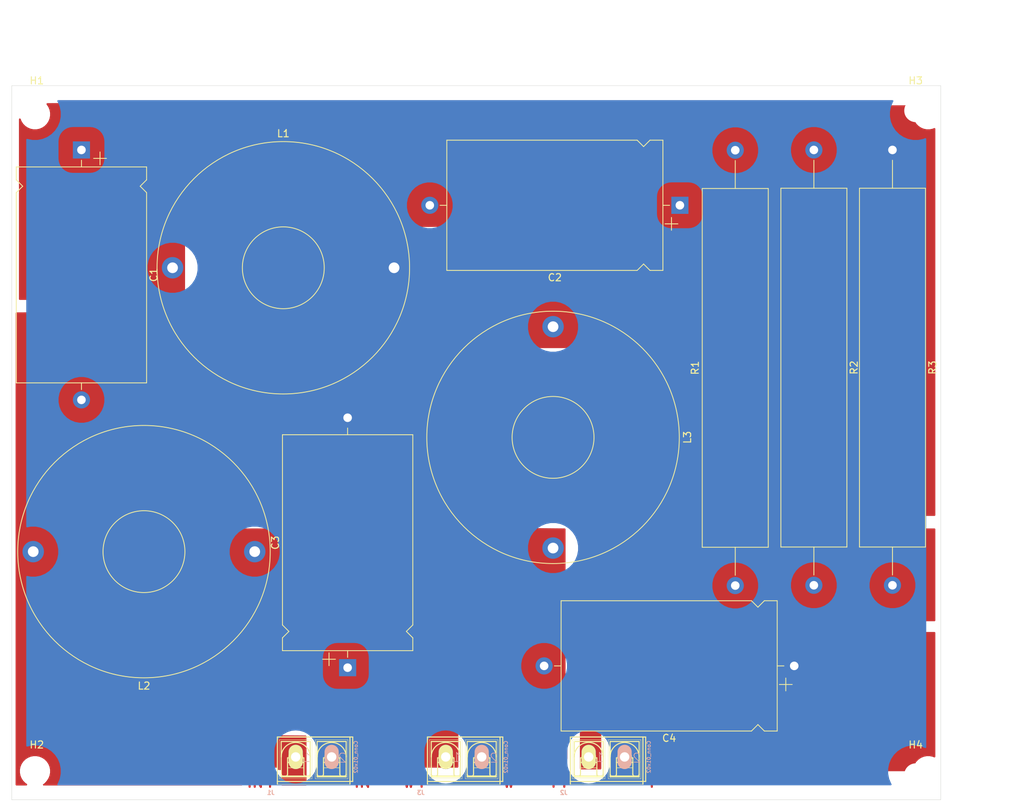
<source format=kicad_pcb>
(kicad_pcb (version 20171130) (host pcbnew 5.1.6-c6e7f7d~86~ubuntu20.04.1)

  (general
    (thickness 1.6)
    (drawings 14)
    (tracks 0)
    (zones 0)
    (modules 17)
    (nets 9)
  )

  (page A4)
  (layers
    (0 F.Cu signal)
    (31 B.Cu signal)
    (32 B.Adhes user)
    (33 F.Adhes user)
    (34 B.Paste user)
    (35 F.Paste user)
    (36 B.SilkS user)
    (37 F.SilkS user)
    (38 B.Mask user)
    (39 F.Mask user)
    (40 Dwgs.User user)
    (41 Cmts.User user)
    (42 Eco1.User user)
    (43 Eco2.User user)
    (44 Edge.Cuts user)
    (45 Margin user)
    (46 B.CrtYd user)
    (47 F.CrtYd user)
    (48 B.Fab user)
    (49 F.Fab user)
  )

  (setup
    (last_trace_width 0.25)
    (trace_clearance 0.2)
    (zone_clearance 2)
    (zone_45_only no)
    (trace_min 0.2)
    (via_size 0.8)
    (via_drill 0.4)
    (via_min_size 0.4)
    (via_min_drill 0.3)
    (uvia_size 0.3)
    (uvia_drill 0.1)
    (uvias_allowed no)
    (uvia_min_size 0.2)
    (uvia_min_drill 0.1)
    (edge_width 0.05)
    (segment_width 0.2)
    (pcb_text_width 0.3)
    (pcb_text_size 1.5 1.5)
    (mod_edge_width 0.12)
    (mod_text_size 1 1)
    (mod_text_width 0.15)
    (pad_size 1.524 1.524)
    (pad_drill 0.762)
    (pad_to_mask_clearance 0.05)
    (aux_axis_origin 0 0)
    (visible_elements FFFFFF7F)
    (pcbplotparams
      (layerselection 0x010fc_ffffffff)
      (usegerberextensions false)
      (usegerberattributes true)
      (usegerberadvancedattributes true)
      (creategerberjobfile true)
      (excludeedgelayer true)
      (linewidth 0.100000)
      (plotframeref false)
      (viasonmask false)
      (mode 1)
      (useauxorigin false)
      (hpglpennumber 1)
      (hpglpenspeed 20)
      (hpglpendiameter 15.000000)
      (psnegative false)
      (psa4output false)
      (plotreference true)
      (plotvalue true)
      (plotinvisibletext false)
      (padsonsilk false)
      (subtractmaskfromsilk false)
      (outputformat 1)
      (mirror false)
      (drillshape 1)
      (scaleselection 1)
      (outputdirectory ""))
  )

  (net 0 "")
  (net 1 "Net-(C1-Pad2)")
  (net 2 "Net-(C1-Pad1)")
  (net 3 "Net-(C2-Pad1)")
  (net 4 GND)
  (net 5 "Net-(C3-Pad1)")
  (net 6 "Net-(C4-Pad2)")
  (net 7 "Net-(J2-Pad1)")
  (net 8 "Net-(L3-Pad1)")

  (net_class Default "This is the default net class."
    (clearance 0.2)
    (trace_width 0.25)
    (via_dia 0.8)
    (via_drill 0.4)
    (uvia_dia 0.3)
    (uvia_drill 0.1)
    (add_net GND)
    (add_net "Net-(C1-Pad1)")
    (add_net "Net-(C1-Pad2)")
    (add_net "Net-(C2-Pad1)")
    (add_net "Net-(C3-Pad1)")
    (add_net "Net-(C4-Pad2)")
    (add_net "Net-(J2-Pad1)")
    (add_net "Net-(L3-Pad1)")
  )

  (module MountingHole:MountingHole_3.2mm_M3 (layer F.Cu) (tedit 56D1B4CB) (tstamp 5F88CC33)
    (at 185.25 146.5)
    (descr "Mounting Hole 3.2mm, no annular, M3")
    (tags "mounting hole 3.2mm no annular m3")
    (path /5F8AB5A2)
    (attr virtual)
    (fp_text reference H4 (at 0 -4.2) (layer F.SilkS)
      (effects (font (size 1 1) (thickness 0.15)))
    )
    (fp_text value MountingHole (at 0 4.2) (layer F.Fab)
      (effects (font (size 1 1) (thickness 0.15)))
    )
    (fp_text user %R (at 0.3 0) (layer F.Fab)
      (effects (font (size 1 1) (thickness 0.15)))
    )
    (fp_circle (center 0 0) (end 3.2 0) (layer Cmts.User) (width 0.15))
    (fp_circle (center 0 0) (end 3.45 0) (layer F.CrtYd) (width 0.05))
    (pad 1 np_thru_hole circle (at 0 0) (size 3.2 3.2) (drill 3.2) (layers *.Cu *.Mask))
  )

  (module MountingHole:MountingHole_3.2mm_M3 (layer F.Cu) (tedit 56D1B4CB) (tstamp 5F88CFAF)
    (at 185.25 53.5)
    (descr "Mounting Hole 3.2mm, no annular, M3")
    (tags "mounting hole 3.2mm no annular m3")
    (path /5F8AB824)
    (attr virtual)
    (fp_text reference H3 (at 0 -4.2) (layer F.SilkS)
      (effects (font (size 1 1) (thickness 0.15)))
    )
    (fp_text value MountingHole (at 0 4.2) (layer F.Fab)
      (effects (font (size 1 1) (thickness 0.15)))
    )
    (fp_text user %R (at 0.3 0) (layer F.Fab)
      (effects (font (size 1 1) (thickness 0.15)))
    )
    (fp_circle (center 0 0) (end 3.2 0) (layer Cmts.User) (width 0.15))
    (fp_circle (center 0 0) (end 3.45 0) (layer F.CrtYd) (width 0.05))
    (pad 1 np_thru_hole circle (at 0 0) (size 3.2 3.2) (drill 3.2) (layers *.Cu *.Mask))
  )

  (module MountingHole:MountingHole_3.2mm_M3 (layer F.Cu) (tedit 56D1B4CB) (tstamp 5F8963C5)
    (at 62.25 146.5)
    (descr "Mounting Hole 3.2mm, no annular, M3")
    (tags "mounting hole 3.2mm no annular m3")
    (path /5F8ABCC2)
    (attr virtual)
    (fp_text reference H2 (at 0 -4.2) (layer F.SilkS)
      (effects (font (size 1 1) (thickness 0.15)))
    )
    (fp_text value MountingHole (at 0 4.2) (layer F.Fab)
      (effects (font (size 1 1) (thickness 0.15)))
    )
    (fp_text user %R (at 0.3 0) (layer F.Fab)
      (effects (font (size 1 1) (thickness 0.15)))
    )
    (fp_circle (center 0 0) (end 3.2 0) (layer Cmts.User) (width 0.15))
    (fp_circle (center 0 0) (end 3.45 0) (layer F.CrtYd) (width 0.05))
    (pad 1 np_thru_hole circle (at 0 0) (size 3.2 3.2) (drill 3.2) (layers *.Cu *.Mask))
  )

  (module MountingHole:MountingHole_3.2mm_M3 (layer F.Cu) (tedit 56D1B4CB) (tstamp 5F88CC1B)
    (at 62.25 53.5)
    (descr "Mounting Hole 3.2mm, no annular, M3")
    (tags "mounting hole 3.2mm no annular m3")
    (path /5F8AC028)
    (attr virtual)
    (fp_text reference H1 (at 0 -4.2) (layer F.SilkS)
      (effects (font (size 1 1) (thickness 0.15)))
    )
    (fp_text value MountingHole (at 0 4.2) (layer F.Fab)
      (effects (font (size 1 1) (thickness 0.15)))
    )
    (fp_text user %R (at 0.3 0) (layer F.Fab)
      (effects (font (size 1 1) (thickness 0.15)))
    )
    (fp_circle (center 0 0) (end 3.2 0) (layer Cmts.User) (width 0.15))
    (fp_circle (center 0 0) (end 3.45 0) (layer F.CrtYd) (width 0.05))
    (pad 1 np_thru_hole circle (at 0 0) (size 3.2 3.2) (drill 3.2) (layers *.Cu *.Mask))
  )

  (module Resistor_THT:R_Axial_Power_L50.0mm_W9.0mm_P60.96mm (layer F.Cu) (tedit 5AE5139B) (tstamp 5F88B190)
    (at 182 59 270)
    (descr "Resistor, Axial_Power series, Box, pin pitch=60.96mm, 11W, length*width*height=50*9*9mm^3, http://cdn-reichelt.de/documents/datenblatt/B400/5WAXIAL_9WAXIAL_11WAXIAL_17WAXIAL%23YAG.pdf")
    (tags "Resistor Axial_Power series Box pin pitch 60.96mm 11W length 50mm width 9mm height 9mm")
    (path /5F8A17ED)
    (fp_text reference R3 (at 30.48 -5.62 90) (layer F.SilkS)
      (effects (font (size 1 1) (thickness 0.15)))
    )
    (fp_text value 22R (at 30.48 5.62 90) (layer F.Fab)
      (effects (font (size 1 1) (thickness 0.15)))
    )
    (fp_text user %R (at 30.48 0 90) (layer F.Fab)
      (effects (font (size 1 1) (thickness 0.15)))
    )
    (fp_line (start 5.48 -4.5) (end 5.48 4.5) (layer F.Fab) (width 0.1))
    (fp_line (start 5.48 4.5) (end 55.48 4.5) (layer F.Fab) (width 0.1))
    (fp_line (start 55.48 4.5) (end 55.48 -4.5) (layer F.Fab) (width 0.1))
    (fp_line (start 55.48 -4.5) (end 5.48 -4.5) (layer F.Fab) (width 0.1))
    (fp_line (start 0 0) (end 5.48 0) (layer F.Fab) (width 0.1))
    (fp_line (start 60.96 0) (end 55.48 0) (layer F.Fab) (width 0.1))
    (fp_line (start 5.36 -4.62) (end 5.36 4.62) (layer F.SilkS) (width 0.12))
    (fp_line (start 5.36 4.62) (end 55.6 4.62) (layer F.SilkS) (width 0.12))
    (fp_line (start 55.6 4.62) (end 55.6 -4.62) (layer F.SilkS) (width 0.12))
    (fp_line (start 55.6 -4.62) (end 5.36 -4.62) (layer F.SilkS) (width 0.12))
    (fp_line (start 1.44 0) (end 5.36 0) (layer F.SilkS) (width 0.12))
    (fp_line (start 59.52 0) (end 55.6 0) (layer F.SilkS) (width 0.12))
    (fp_line (start -1.45 -4.75) (end -1.45 4.75) (layer F.CrtYd) (width 0.05))
    (fp_line (start -1.45 4.75) (end 62.41 4.75) (layer F.CrtYd) (width 0.05))
    (fp_line (start 62.41 4.75) (end 62.41 -4.75) (layer F.CrtYd) (width 0.05))
    (fp_line (start 62.41 -4.75) (end -1.45 -4.75) (layer F.CrtYd) (width 0.05))
    (pad 2 thru_hole oval (at 60.96 0 270) (size 2.4 2.4) (drill 1.2) (layers *.Cu *.Mask)
      (net 7 "Net-(J2-Pad1)"))
    (pad 1 thru_hole circle (at 0 0 270) (size 2.4 2.4) (drill 1.2) (layers *.Cu *.Mask)
      (net 4 GND))
    (model ${KISYS3DMOD}/Resistor_THT.3dshapes/R_Axial_Power_L50.0mm_W9.0mm_P60.96mm.wrl
      (at (xyz 0 0 0))
      (scale (xyz 1 1 1))
      (rotate (xyz 0 0 0))
    )
  )

  (module Resistor_THT:R_Axial_Power_L50.0mm_W9.0mm_P60.96mm (layer F.Cu) (tedit 5AE5139B) (tstamp 5F88B179)
    (at 171 59 270)
    (descr "Resistor, Axial_Power series, Box, pin pitch=60.96mm, 11W, length*width*height=50*9*9mm^3, http://cdn-reichelt.de/documents/datenblatt/B400/5WAXIAL_9WAXIAL_11WAXIAL_17WAXIAL%23YAG.pdf")
    (tags "Resistor Axial_Power series Box pin pitch 60.96mm 11W length 50mm width 9mm height 9mm")
    (path /5F89CF20)
    (fp_text reference R2 (at 30.48 -5.62 90) (layer F.SilkS)
      (effects (font (size 1 1) (thickness 0.15)))
    )
    (fp_text value 4.7R (at 30.48 5.62 90) (layer F.Fab)
      (effects (font (size 1 1) (thickness 0.15)))
    )
    (fp_text user %R (at 30.48 0 90) (layer F.Fab)
      (effects (font (size 1 1) (thickness 0.15)))
    )
    (fp_line (start 5.48 -4.5) (end 5.48 4.5) (layer F.Fab) (width 0.1))
    (fp_line (start 5.48 4.5) (end 55.48 4.5) (layer F.Fab) (width 0.1))
    (fp_line (start 55.48 4.5) (end 55.48 -4.5) (layer F.Fab) (width 0.1))
    (fp_line (start 55.48 -4.5) (end 5.48 -4.5) (layer F.Fab) (width 0.1))
    (fp_line (start 0 0) (end 5.48 0) (layer F.Fab) (width 0.1))
    (fp_line (start 60.96 0) (end 55.48 0) (layer F.Fab) (width 0.1))
    (fp_line (start 5.36 -4.62) (end 5.36 4.62) (layer F.SilkS) (width 0.12))
    (fp_line (start 5.36 4.62) (end 55.6 4.62) (layer F.SilkS) (width 0.12))
    (fp_line (start 55.6 4.62) (end 55.6 -4.62) (layer F.SilkS) (width 0.12))
    (fp_line (start 55.6 -4.62) (end 5.36 -4.62) (layer F.SilkS) (width 0.12))
    (fp_line (start 1.44 0) (end 5.36 0) (layer F.SilkS) (width 0.12))
    (fp_line (start 59.52 0) (end 55.6 0) (layer F.SilkS) (width 0.12))
    (fp_line (start -1.45 -4.75) (end -1.45 4.75) (layer F.CrtYd) (width 0.05))
    (fp_line (start -1.45 4.75) (end 62.41 4.75) (layer F.CrtYd) (width 0.05))
    (fp_line (start 62.41 4.75) (end 62.41 -4.75) (layer F.CrtYd) (width 0.05))
    (fp_line (start 62.41 -4.75) (end -1.45 -4.75) (layer F.CrtYd) (width 0.05))
    (pad 2 thru_hole oval (at 60.96 0 270) (size 2.4 2.4) (drill 1.2) (layers *.Cu *.Mask)
      (net 7 "Net-(J2-Pad1)"))
    (pad 1 thru_hole circle (at 0 0 270) (size 2.4 2.4) (drill 1.2) (layers *.Cu *.Mask)
      (net 8 "Net-(L3-Pad1)"))
    (model ${KISYS3DMOD}/Resistor_THT.3dshapes/R_Axial_Power_L50.0mm_W9.0mm_P60.96mm.wrl
      (at (xyz 0 0 0))
      (scale (xyz 1 1 1))
      (rotate (xyz 0 0 0))
    )
  )

  (module Resistor_THT:R_Axial_Power_L50.0mm_W9.0mm_P60.96mm (layer F.Cu) (tedit 5AE5139B) (tstamp 5F88B162)
    (at 160 120 90)
    (descr "Resistor, Axial_Power series, Box, pin pitch=60.96mm, 11W, length*width*height=50*9*9mm^3, http://cdn-reichelt.de/documents/datenblatt/B400/5WAXIAL_9WAXIAL_11WAXIAL_17WAXIAL%23YAG.pdf")
    (tags "Resistor Axial_Power series Box pin pitch 60.96mm 11W length 50mm width 9mm height 9mm")
    (path /5F89B574)
    (fp_text reference R1 (at 30.48 -5.62 90) (layer F.SilkS)
      (effects (font (size 1 1) (thickness 0.15)))
    )
    (fp_text value 4.7R (at 30.48 5.62 90) (layer F.Fab)
      (effects (font (size 1 1) (thickness 0.15)))
    )
    (fp_text user %R (at 30.48 0 90) (layer F.Fab)
      (effects (font (size 1 1) (thickness 0.15)))
    )
    (fp_line (start 5.48 -4.5) (end 5.48 4.5) (layer F.Fab) (width 0.1))
    (fp_line (start 5.48 4.5) (end 55.48 4.5) (layer F.Fab) (width 0.1))
    (fp_line (start 55.48 4.5) (end 55.48 -4.5) (layer F.Fab) (width 0.1))
    (fp_line (start 55.48 -4.5) (end 5.48 -4.5) (layer F.Fab) (width 0.1))
    (fp_line (start 0 0) (end 5.48 0) (layer F.Fab) (width 0.1))
    (fp_line (start 60.96 0) (end 55.48 0) (layer F.Fab) (width 0.1))
    (fp_line (start 5.36 -4.62) (end 5.36 4.62) (layer F.SilkS) (width 0.12))
    (fp_line (start 5.36 4.62) (end 55.6 4.62) (layer F.SilkS) (width 0.12))
    (fp_line (start 55.6 4.62) (end 55.6 -4.62) (layer F.SilkS) (width 0.12))
    (fp_line (start 55.6 -4.62) (end 5.36 -4.62) (layer F.SilkS) (width 0.12))
    (fp_line (start 1.44 0) (end 5.36 0) (layer F.SilkS) (width 0.12))
    (fp_line (start 59.52 0) (end 55.6 0) (layer F.SilkS) (width 0.12))
    (fp_line (start -1.45 -4.75) (end -1.45 4.75) (layer F.CrtYd) (width 0.05))
    (fp_line (start -1.45 4.75) (end 62.41 4.75) (layer F.CrtYd) (width 0.05))
    (fp_line (start 62.41 4.75) (end 62.41 -4.75) (layer F.CrtYd) (width 0.05))
    (fp_line (start 62.41 -4.75) (end -1.45 -4.75) (layer F.CrtYd) (width 0.05))
    (pad 2 thru_hole oval (at 60.96 0 90) (size 2.4 2.4) (drill 1.2) (layers *.Cu *.Mask)
      (net 3 "Net-(C2-Pad1)"))
    (pad 1 thru_hole circle (at 0 0 90) (size 2.4 2.4) (drill 1.2) (layers *.Cu *.Mask)
      (net 7 "Net-(J2-Pad1)"))
    (model ${KISYS3DMOD}/Resistor_THT.3dshapes/R_Axial_Power_L50.0mm_W9.0mm_P60.96mm.wrl
      (at (xyz 0 0 0))
      (scale (xyz 1 1 1))
      (rotate (xyz 0 0 0))
    )
  )

  (module Inductor_THT:L_Toroid_Horizontal_D35.1mm_P31.00mm_Vishay_TJ6 (layer F.Cu) (tedit 5AE59B06) (tstamp 5F88B14B)
    (at 134.5 83.75 270)
    (descr "L_Toroid, Horizontal series, Radial, pin pitch=31.00mm, , diameter=35.1mm, Vishay, TJ6, http://www.vishay.com/docs/34079/tj.pdf")
    (tags "L_Toroid Horizontal series Radial pin pitch 31.00mm  diameter 35.1mm Vishay TJ6")
    (path /5F89D2CE)
    (fp_text reference L3 (at 15.5 -18.8 90) (layer F.SilkS)
      (effects (font (size 1 1) (thickness 0.15)))
    )
    (fp_text value 1mH (at 15.5 18.8 90) (layer F.Fab)
      (effects (font (size 1 1) (thickness 0.15)))
    )
    (fp_text user %R (at 15.5 0 90) (layer F.Fab)
      (effects (font (size 1 1) (thickness 0.15)))
    )
    (fp_circle (center 15.5 0) (end 33.05 0) (layer F.Fab) (width 0.1))
    (fp_circle (center 15.5 0) (end 21.35 0) (layer F.Fab) (width 0.1))
    (fp_circle (center 15.5 0) (end 33.17 0) (layer F.SilkS) (width 0.12))
    (fp_circle (center 15.5 0) (end 21.23 0) (layer F.SilkS) (width 0.12))
    (fp_line (start 32.8166 0) (end 21.145462 1.51265) (layer F.Fab) (width 0.1))
    (fp_line (start 30.496749 8.658068) (end 19.632852 4.132661) (layer F.Fab) (width 0.1))
    (fp_line (start 24.158763 14.996348) (end 17.012912 5.645392) (layer F.Fab) (width 0.1))
    (fp_line (start 15.500802 17.3166) (end 13.987611 5.645532) (layer F.Fab) (width 0.1))
    (fp_line (start 6.842626 14.99715) (end 11.367531 4.133043) (layer F.Fab) (width 0.1))
    (fp_line (start 0.504053 8.659458) (end 9.854678 1.513173) (layer F.Fab) (width 0.1))
    (fp_line (start -1.8166 0.001604) (end 9.854398 -1.512127) (layer F.Fab) (width 0.1))
    (fp_line (start 0.502449 -8.656679) (end 11.366765 -4.132278) (layer F.Fab) (width 0.1))
    (fp_line (start 6.839847 -14.995546) (end 13.986565 -5.645251) (layer F.Fab) (width 0.1))
    (fp_line (start 15.497593 -17.3166) (end 17.011866 -5.645672) (layer F.Fab) (width 0.1))
    (fp_line (start 24.155984 -14.997952) (end 19.632086 -4.133426) (layer F.Fab) (width 0.1))
    (fp_line (start 30.495145 -8.660847) (end 21.145181 -1.513696) (layer F.Fab) (width 0.1))
    (fp_line (start 32.8166 -0.003209) (end 21.145742 1.511604) (layer F.Fab) (width 0.1))
    (fp_line (start -2.31 -17.8) (end -2.31 17.8) (layer F.CrtYd) (width 0.05))
    (fp_line (start -2.31 17.8) (end 33.3 17.8) (layer F.CrtYd) (width 0.05))
    (fp_line (start 33.3 17.8) (end 33.3 -17.8) (layer F.CrtYd) (width 0.05))
    (fp_line (start 33.3 -17.8) (end -2.31 -17.8) (layer F.CrtYd) (width 0.05))
    (pad 2 thru_hole circle (at 31 0 270) (size 3 3) (drill 1.5) (layers *.Cu *.Mask)
      (net 6 "Net-(C4-Pad2)"))
    (pad 1 thru_hole circle (at 0 0 270) (size 3 3) (drill 1.5) (layers *.Cu *.Mask)
      (net 8 "Net-(L3-Pad1)"))
    (model ${KISYS3DMOD}/Inductor_THT.3dshapes/L_Toroid_Horizontal_D35.1mm_P31.00mm_Vishay_TJ6.wrl
      (at (xyz 0 0 0))
      (scale (xyz 1 1 1))
      (rotate (xyz 0 0 0))
    )
  )

  (module Inductor_THT:L_Toroid_Horizontal_D35.1mm_P31.00mm_Vishay_TJ6 (layer F.Cu) (tedit 5AE59B06) (tstamp 5F88B12F)
    (at 92.75 115.25 180)
    (descr "L_Toroid, Horizontal series, Radial, pin pitch=31.00mm, , diameter=35.1mm, Vishay, TJ6, http://www.vishay.com/docs/34079/tj.pdf")
    (tags "L_Toroid Horizontal series Radial pin pitch 31.00mm  diameter 35.1mm Vishay TJ6")
    (path /5F88CBBE)
    (fp_text reference L2 (at 15.5 -18.8) (layer F.SilkS)
      (effects (font (size 1 1) (thickness 0.15)))
    )
    (fp_text value 1mH (at 15.5 18.8) (layer F.Fab)
      (effects (font (size 1 1) (thickness 0.15)))
    )
    (fp_text user %R (at 15.5 0) (layer F.Fab)
      (effects (font (size 1 1) (thickness 0.15)))
    )
    (fp_circle (center 15.5 0) (end 33.05 0) (layer F.Fab) (width 0.1))
    (fp_circle (center 15.5 0) (end 21.35 0) (layer F.Fab) (width 0.1))
    (fp_circle (center 15.5 0) (end 33.17 0) (layer F.SilkS) (width 0.12))
    (fp_circle (center 15.5 0) (end 21.23 0) (layer F.SilkS) (width 0.12))
    (fp_line (start 32.8166 0) (end 21.145462 1.51265) (layer F.Fab) (width 0.1))
    (fp_line (start 30.496749 8.658068) (end 19.632852 4.132661) (layer F.Fab) (width 0.1))
    (fp_line (start 24.158763 14.996348) (end 17.012912 5.645392) (layer F.Fab) (width 0.1))
    (fp_line (start 15.500802 17.3166) (end 13.987611 5.645532) (layer F.Fab) (width 0.1))
    (fp_line (start 6.842626 14.99715) (end 11.367531 4.133043) (layer F.Fab) (width 0.1))
    (fp_line (start 0.504053 8.659458) (end 9.854678 1.513173) (layer F.Fab) (width 0.1))
    (fp_line (start -1.8166 0.001604) (end 9.854398 -1.512127) (layer F.Fab) (width 0.1))
    (fp_line (start 0.502449 -8.656679) (end 11.366765 -4.132278) (layer F.Fab) (width 0.1))
    (fp_line (start 6.839847 -14.995546) (end 13.986565 -5.645251) (layer F.Fab) (width 0.1))
    (fp_line (start 15.497593 -17.3166) (end 17.011866 -5.645672) (layer F.Fab) (width 0.1))
    (fp_line (start 24.155984 -14.997952) (end 19.632086 -4.133426) (layer F.Fab) (width 0.1))
    (fp_line (start 30.495145 -8.660847) (end 21.145181 -1.513696) (layer F.Fab) (width 0.1))
    (fp_line (start 32.8166 -0.003209) (end 21.145742 1.511604) (layer F.Fab) (width 0.1))
    (fp_line (start -2.31 -17.8) (end -2.31 17.8) (layer F.CrtYd) (width 0.05))
    (fp_line (start -2.31 17.8) (end 33.3 17.8) (layer F.CrtYd) (width 0.05))
    (fp_line (start 33.3 17.8) (end 33.3 -17.8) (layer F.CrtYd) (width 0.05))
    (fp_line (start 33.3 -17.8) (end -2.31 -17.8) (layer F.CrtYd) (width 0.05))
    (pad 2 thru_hole circle (at 31 0 180) (size 3 3) (drill 1.5) (layers *.Cu *.Mask)
      (net 1 "Net-(C1-Pad2)"))
    (pad 1 thru_hole circle (at 0 0 180) (size 3 3) (drill 1.5) (layers *.Cu *.Mask)
      (net 5 "Net-(C3-Pad1)"))
    (model ${KISYS3DMOD}/Inductor_THT.3dshapes/L_Toroid_Horizontal_D35.1mm_P31.00mm_Vishay_TJ6.wrl
      (at (xyz 0 0 0))
      (scale (xyz 1 1 1))
      (rotate (xyz 0 0 0))
    )
  )

  (module Inductor_THT:L_Toroid_Horizontal_D35.1mm_P31.00mm_Vishay_TJ6 (layer F.Cu) (tedit 5AE59B06) (tstamp 5F88B113)
    (at 81.25 75.5)
    (descr "L_Toroid, Horizontal series, Radial, pin pitch=31.00mm, , diameter=35.1mm, Vishay, TJ6, http://www.vishay.com/docs/34079/tj.pdf")
    (tags "L_Toroid Horizontal series Radial pin pitch 31.00mm  diameter 35.1mm Vishay TJ6")
    (path /5F898970)
    (fp_text reference L1 (at 15.5 -18.8) (layer F.SilkS)
      (effects (font (size 1 1) (thickness 0.15)))
    )
    (fp_text value "0.25 mH" (at 15.5 18.8) (layer F.Fab)
      (effects (font (size 1 1) (thickness 0.15)))
    )
    (fp_text user %R (at 15.5 0) (layer F.Fab)
      (effects (font (size 1 1) (thickness 0.15)))
    )
    (fp_circle (center 15.5 0) (end 33.05 0) (layer F.Fab) (width 0.1))
    (fp_circle (center 15.5 0) (end 21.35 0) (layer F.Fab) (width 0.1))
    (fp_circle (center 15.5 0) (end 33.17 0) (layer F.SilkS) (width 0.12))
    (fp_circle (center 15.5 0) (end 21.23 0) (layer F.SilkS) (width 0.12))
    (fp_line (start 32.8166 0) (end 21.145462 1.51265) (layer F.Fab) (width 0.1))
    (fp_line (start 30.496749 8.658068) (end 19.632852 4.132661) (layer F.Fab) (width 0.1))
    (fp_line (start 24.158763 14.996348) (end 17.012912 5.645392) (layer F.Fab) (width 0.1))
    (fp_line (start 15.500802 17.3166) (end 13.987611 5.645532) (layer F.Fab) (width 0.1))
    (fp_line (start 6.842626 14.99715) (end 11.367531 4.133043) (layer F.Fab) (width 0.1))
    (fp_line (start 0.504053 8.659458) (end 9.854678 1.513173) (layer F.Fab) (width 0.1))
    (fp_line (start -1.8166 0.001604) (end 9.854398 -1.512127) (layer F.Fab) (width 0.1))
    (fp_line (start 0.502449 -8.656679) (end 11.366765 -4.132278) (layer F.Fab) (width 0.1))
    (fp_line (start 6.839847 -14.995546) (end 13.986565 -5.645251) (layer F.Fab) (width 0.1))
    (fp_line (start 15.497593 -17.3166) (end 17.011866 -5.645672) (layer F.Fab) (width 0.1))
    (fp_line (start 24.155984 -14.997952) (end 19.632086 -4.133426) (layer F.Fab) (width 0.1))
    (fp_line (start 30.495145 -8.660847) (end 21.145181 -1.513696) (layer F.Fab) (width 0.1))
    (fp_line (start 32.8166 -0.003209) (end 21.145742 1.511604) (layer F.Fab) (width 0.1))
    (fp_line (start -2.31 -17.8) (end -2.31 17.8) (layer F.CrtYd) (width 0.05))
    (fp_line (start -2.31 17.8) (end 33.3 17.8) (layer F.CrtYd) (width 0.05))
    (fp_line (start 33.3 17.8) (end 33.3 -17.8) (layer F.CrtYd) (width 0.05))
    (fp_line (start 33.3 -17.8) (end -2.31 -17.8) (layer F.CrtYd) (width 0.05))
    (pad 2 thru_hole circle (at 31 0) (size 3 3) (drill 1.5) (layers *.Cu *.Mask)
      (net 4 GND))
    (pad 1 thru_hole circle (at 0 0) (size 3 3) (drill 1.5) (layers *.Cu *.Mask)
      (net 2 "Net-(C1-Pad1)"))
    (model ${KISYS3DMOD}/Inductor_THT.3dshapes/L_Toroid_Horizontal_D35.1mm_P31.00mm_Vishay_TJ6.wrl
      (at (xyz 0 0 0))
      (scale (xyz 1 1 1))
      (rotate (xyz 0 0 0))
    )
  )

  (module _bk:AK505_2PIN (layer F.Cu) (tedit 57BA0479) (tstamp 5F88B0F7)
    (at 122 144)
    (descr CONNECTOR)
    (tags CONNECTOR)
    (path /5F88C25E)
    (attr virtual)
    (fp_text reference J3 (at -6 5) (layer B.SilkS)
      (effects (font (size 0.6 0.6) (thickness 0.15)) (justify mirror))
    )
    (fp_text value Conn_01x02 (at 5.9 0 90) (layer B.SilkS)
      (effects (font (size 0.5 0.5) (thickness 0.0889)) (justify mirror))
    )
    (fp_text user 2 (at 4.2 0.15) (layer B.SilkS)
      (effects (font (size 1.27 1.27) (thickness 0.0889)) (justify mirror))
    )
    (fp_text user 1 (at -1 0.05) (layer B.SilkS)
      (effects (font (size 1.27 1.27) (thickness 0.0889)) (justify mirror))
    )
    (fp_arc (start 0.7366 2.413) (end 0.7366 2.667) (angle 90) (layer F.SilkS) (width 0.1524))
    (fp_arc (start 4.2926 2.413) (end 4.5466 2.413) (angle 90) (layer F.SilkS) (width 0.1524))
    (fp_arc (start 3.9116 2.413) (end 3.9116 2.667) (angle 90) (layer F.SilkS) (width 0.1524))
    (fp_arc (start 1.1176 2.413) (end 1.3716 2.413) (angle 90) (layer F.SilkS) (width 0.1524))
    (fp_arc (start 2.5146 0) (end 0.4826 0) (angle 180) (layer F.SilkS) (width 0.1524))
    (fp_arc (start -3.9116 2.413) (end -3.6576 2.413) (angle 90) (layer F.SilkS) (width 0.1524))
    (fp_arc (start -1.1176 2.413) (end -1.1176 2.667) (angle 90) (layer F.SilkS) (width 0.1524))
    (fp_arc (start -0.7366 2.413) (end -0.4826 2.413) (angle 90) (layer F.SilkS) (width 0.1524))
    (fp_arc (start -4.2926 2.413) (end -4.2926 2.667) (angle 90) (layer F.SilkS) (width 0.1524))
    (fp_arc (start -2.5146 0) (end -4.5466 0) (angle 180) (layer F.SilkS) (width 0.1524))
    (fp_line (start -3.6576 1.524) (end -1.3716 1.524) (layer F.SilkS) (width 0.06604))
    (fp_line (start -1.3716 1.524) (end -1.3716 0.762) (layer F.SilkS) (width 0.06604))
    (fp_line (start -3.6576 0.762) (end -1.3716 0.762) (layer F.SilkS) (width 0.06604))
    (fp_line (start -3.6576 1.524) (end -3.6576 0.762) (layer F.SilkS) (width 0.06604))
    (fp_line (start 1.3716 1.524) (end 3.6576 1.524) (layer F.SilkS) (width 0.06604))
    (fp_line (start 3.6576 1.524) (end 3.6576 0.762) (layer F.SilkS) (width 0.06604))
    (fp_line (start 1.3716 0.762) (end 3.6576 0.762) (layer F.SilkS) (width 0.06604))
    (fp_line (start 1.3716 1.524) (end 1.3716 0.762) (layer F.SilkS) (width 0.06604))
    (fp_line (start -3.6576 2.667) (end -1.3716 2.667) (layer F.SilkS) (width 0.06604))
    (fp_line (start -1.3716 2.667) (end -1.3716 1.524) (layer F.SilkS) (width 0.06604))
    (fp_line (start -3.6576 1.524) (end -1.3716 1.524) (layer F.SilkS) (width 0.06604))
    (fp_line (start -3.6576 2.667) (end -3.6576 1.524) (layer F.SilkS) (width 0.06604))
    (fp_line (start 1.3716 2.667) (end 3.6576 2.667) (layer F.SilkS) (width 0.06604))
    (fp_line (start 3.6576 2.667) (end 3.6576 1.524) (layer F.SilkS) (width 0.06604))
    (fp_line (start 1.3716 1.524) (end 3.6576 1.524) (layer F.SilkS) (width 0.06604))
    (fp_line (start 1.3716 2.667) (end 1.3716 1.524) (layer F.SilkS) (width 0.06604))
    (fp_line (start -5.08 7.23646) (end -5.08 3.81) (layer Dwgs.User) (width 0.1524))
    (fp_line (start 5.08 -2.794) (end -5.08 -2.794) (layer F.SilkS) (width 0.1524))
    (fp_line (start -5.08 7.23646) (end -4.318 7.23646) (layer Dwgs.User) (width 0.1524))
    (fp_line (start 5.08 -2.794) (end 5.08 3.429) (layer F.SilkS) (width 0.1524))
    (fp_line (start -5.08 3.429) (end 5.08 3.429) (layer F.SilkS) (width 0.1524))
    (fp_line (start -5.08 3.429) (end -5.08 -2.794) (layer F.SilkS) (width 0.1524))
    (fp_line (start 5.08 3.429) (end 5.08 3.81) (layer F.SilkS) (width 0.1524))
    (fp_line (start 5.461 -2.794) (end 5.461 3.429) (layer F.SilkS) (width 0.1524))
    (fp_line (start 5.461 3.429) (end 5.08 3.429) (layer F.SilkS) (width 0.1524))
    (fp_line (start 5.461 -2.794) (end 5.08 -2.794) (layer F.SilkS) (width 0.1524))
    (fp_line (start -0.4826 -2.159) (end -0.4826 2.794) (layer F.SilkS) (width 0.1524))
    (fp_line (start -4.5466 2.794) (end -0.4826 2.794) (layer F.SilkS) (width 0.1524))
    (fp_line (start -4.5466 2.794) (end -4.5466 -2.159) (layer F.SilkS) (width 0.1524))
    (fp_line (start -0.4826 -2.159) (end -4.5466 -2.159) (layer F.SilkS) (width 0.1524))
    (fp_line (start 0.4826 -2.159) (end 0.4826 2.794) (layer F.SilkS) (width 0.1524))
    (fp_line (start 0.4826 2.794) (end 4.5466 2.794) (layer F.SilkS) (width 0.1524))
    (fp_line (start 4.5466 2.794) (end 4.5466 -2.159) (layer F.SilkS) (width 0.1524))
    (fp_line (start 4.5466 -2.159) (end 0.4826 -2.159) (layer F.SilkS) (width 0.1524))
    (fp_line (start 4.8006 3.048) (end 0.2286 3.048) (layer F.SilkS) (width 0.0508))
    (fp_line (start 4.8006 3.048) (end 4.8006 -2.413) (layer F.SilkS) (width 0.0508))
    (fp_line (start 0.2286 -2.413) (end 4.8006 -2.413) (layer F.SilkS) (width 0.0508))
    (fp_line (start 0.2286 -2.413) (end 0.2286 3.048) (layer F.SilkS) (width 0.0508))
    (fp_line (start -0.2286 -2.413) (end -0.2286 3.048) (layer F.SilkS) (width 0.0508))
    (fp_line (start -4.8006 -2.413) (end -0.2286 -2.413) (layer F.SilkS) (width 0.0508))
    (fp_line (start -4.8006 -2.413) (end -4.8006 3.048) (layer F.SilkS) (width 0.0508))
    (fp_line (start -0.2286 3.048) (end -4.8006 3.048) (layer F.SilkS) (width 0.0508))
    (fp_line (start -0.7366 2.667) (end -4.2926 2.667) (layer F.SilkS) (width 0.1524))
    (fp_line (start -3.6576 0.127) (end -3.6576 0.762) (layer F.SilkS) (width 0.1524))
    (fp_line (start -3.6576 0.127) (end -1.3716 0.127) (layer F.SilkS) (width 0.1524))
    (fp_line (start -1.3716 0.127) (end -1.3716 0.762) (layer F.SilkS) (width 0.1524))
    (fp_line (start -3.6576 0.762) (end -1.3716 0.762) (layer F.SilkS) (width 0.1524))
    (fp_line (start -3.6576 0.762) (end -3.6576 2.413) (layer F.SilkS) (width 0.1524))
    (fp_line (start -1.3716 0.762) (end -1.3716 2.413) (layer F.SilkS) (width 0.1524))
    (fp_line (start 5.08 3.81) (end -5.08 3.81) (layer F.SilkS) (width 0.0508))
    (fp_line (start -5.08 3.81) (end -5.08 3.429) (layer F.SilkS) (width 0.1524))
    (fp_line (start 5.08 3.81) (end 5.08 7.23646) (layer Dwgs.User) (width 0.1524))
    (fp_line (start 1.3716 0.127) (end 3.6576 0.127) (layer F.SilkS) (width 0.1524))
    (fp_line (start 1.3716 0.127) (end 1.3716 0.762) (layer F.SilkS) (width 0.1524))
    (fp_line (start 1.3716 0.762) (end 3.6576 0.762) (layer F.SilkS) (width 0.1524))
    (fp_line (start 1.3716 0.762) (end 1.3716 2.413) (layer F.SilkS) (width 0.1524))
    (fp_line (start 3.6576 0.762) (end 3.6576 2.413) (layer F.SilkS) (width 0.1524))
    (fp_line (start 3.6576 0.127) (end 3.6576 0.762) (layer F.SilkS) (width 0.1524))
    (fp_line (start 4.2926 2.667) (end 0.7366 2.667) (layer F.SilkS) (width 0.1524))
    (fp_line (start -0.762 7.23646) (end 0.762 7.23646) (layer Dwgs.User) (width 0.1524))
    (fp_line (start -4.318 7.23646) (end -2.794 7.23646) (layer Dwgs.User) (width 0.1524))
    (fp_line (start -2.794 7.23646) (end -2.286 7.23646) (layer Dwgs.User) (width 0.1524))
    (fp_line (start -2.286 7.23646) (end -0.762 7.23646) (layer Dwgs.User) (width 0.1524))
    (fp_line (start 2.286 7.23646) (end 2.794 7.23646) (layer Dwgs.User) (width 0.1524))
    (fp_line (start 2.794 7.23646) (end 4.318 7.23646) (layer Dwgs.User) (width 0.1524))
    (fp_line (start 4.318 7.23646) (end 5.08 7.23646) (layer Dwgs.User) (width 0.1524))
    (fp_line (start 0.762 7.23646) (end 2.286 7.23646) (layer Dwgs.User) (width 0.1524))
    (fp_circle (center -2.5146 0) (end -3.2131 0.6985) (layer F.SilkS) (width 0.0762))
    (fp_circle (center 2.5146 0) (end 3.2131 0.6985) (layer F.SilkS) (width 0.0762))
    (pad 2 thru_hole oval (at 2.5146 0) (size 1.9812 3.4) (drill 1.3208) (layers *.Cu B.Paste B.SilkS B.Mask)
      (net 4 GND))
    (pad 1 thru_hole oval (at -2.5146 0) (size 1.9812 3.4) (drill 1.3208) (layers *.Cu B.Paste F.SilkS B.Mask)
      (net 5 "Net-(C3-Pad1)"))
    (model transformers.3dshapes/AK500-2PIN-VERT.wrl
      (offset (xyz 4.952999925613404 2.031999969482422 0))
      (scale (xyz 0.39 0.39 0.39))
      (rotate (xyz 0 0 180))
    )
  )

  (module _bk:AK505_2PIN (layer F.Cu) (tedit 57BA0479) (tstamp 5F88B0A0)
    (at 142 144)
    (descr CONNECTOR)
    (tags CONNECTOR)
    (path /5F88BC12)
    (attr virtual)
    (fp_text reference J2 (at -6 5) (layer B.SilkS)
      (effects (font (size 0.6 0.6) (thickness 0.15)) (justify mirror))
    )
    (fp_text value Conn_01x02 (at 5.9 0 90) (layer B.SilkS)
      (effects (font (size 0.5 0.5) (thickness 0.0889)) (justify mirror))
    )
    (fp_text user 2 (at 4.2 0.15) (layer B.SilkS)
      (effects (font (size 1.27 1.27) (thickness 0.0889)) (justify mirror))
    )
    (fp_text user 1 (at -1 0.05) (layer B.SilkS)
      (effects (font (size 1.27 1.27) (thickness 0.0889)) (justify mirror))
    )
    (fp_arc (start 0.7366 2.413) (end 0.7366 2.667) (angle 90) (layer F.SilkS) (width 0.1524))
    (fp_arc (start 4.2926 2.413) (end 4.5466 2.413) (angle 90) (layer F.SilkS) (width 0.1524))
    (fp_arc (start 3.9116 2.413) (end 3.9116 2.667) (angle 90) (layer F.SilkS) (width 0.1524))
    (fp_arc (start 1.1176 2.413) (end 1.3716 2.413) (angle 90) (layer F.SilkS) (width 0.1524))
    (fp_arc (start 2.5146 0) (end 0.4826 0) (angle 180) (layer F.SilkS) (width 0.1524))
    (fp_arc (start -3.9116 2.413) (end -3.6576 2.413) (angle 90) (layer F.SilkS) (width 0.1524))
    (fp_arc (start -1.1176 2.413) (end -1.1176 2.667) (angle 90) (layer F.SilkS) (width 0.1524))
    (fp_arc (start -0.7366 2.413) (end -0.4826 2.413) (angle 90) (layer F.SilkS) (width 0.1524))
    (fp_arc (start -4.2926 2.413) (end -4.2926 2.667) (angle 90) (layer F.SilkS) (width 0.1524))
    (fp_arc (start -2.5146 0) (end -4.5466 0) (angle 180) (layer F.SilkS) (width 0.1524))
    (fp_line (start -3.6576 1.524) (end -1.3716 1.524) (layer F.SilkS) (width 0.06604))
    (fp_line (start -1.3716 1.524) (end -1.3716 0.762) (layer F.SilkS) (width 0.06604))
    (fp_line (start -3.6576 0.762) (end -1.3716 0.762) (layer F.SilkS) (width 0.06604))
    (fp_line (start -3.6576 1.524) (end -3.6576 0.762) (layer F.SilkS) (width 0.06604))
    (fp_line (start 1.3716 1.524) (end 3.6576 1.524) (layer F.SilkS) (width 0.06604))
    (fp_line (start 3.6576 1.524) (end 3.6576 0.762) (layer F.SilkS) (width 0.06604))
    (fp_line (start 1.3716 0.762) (end 3.6576 0.762) (layer F.SilkS) (width 0.06604))
    (fp_line (start 1.3716 1.524) (end 1.3716 0.762) (layer F.SilkS) (width 0.06604))
    (fp_line (start -3.6576 2.667) (end -1.3716 2.667) (layer F.SilkS) (width 0.06604))
    (fp_line (start -1.3716 2.667) (end -1.3716 1.524) (layer F.SilkS) (width 0.06604))
    (fp_line (start -3.6576 1.524) (end -1.3716 1.524) (layer F.SilkS) (width 0.06604))
    (fp_line (start -3.6576 2.667) (end -3.6576 1.524) (layer F.SilkS) (width 0.06604))
    (fp_line (start 1.3716 2.667) (end 3.6576 2.667) (layer F.SilkS) (width 0.06604))
    (fp_line (start 3.6576 2.667) (end 3.6576 1.524) (layer F.SilkS) (width 0.06604))
    (fp_line (start 1.3716 1.524) (end 3.6576 1.524) (layer F.SilkS) (width 0.06604))
    (fp_line (start 1.3716 2.667) (end 1.3716 1.524) (layer F.SilkS) (width 0.06604))
    (fp_line (start -5.08 7.23646) (end -5.08 3.81) (layer Dwgs.User) (width 0.1524))
    (fp_line (start 5.08 -2.794) (end -5.08 -2.794) (layer F.SilkS) (width 0.1524))
    (fp_line (start -5.08 7.23646) (end -4.318 7.23646) (layer Dwgs.User) (width 0.1524))
    (fp_line (start 5.08 -2.794) (end 5.08 3.429) (layer F.SilkS) (width 0.1524))
    (fp_line (start -5.08 3.429) (end 5.08 3.429) (layer F.SilkS) (width 0.1524))
    (fp_line (start -5.08 3.429) (end -5.08 -2.794) (layer F.SilkS) (width 0.1524))
    (fp_line (start 5.08 3.429) (end 5.08 3.81) (layer F.SilkS) (width 0.1524))
    (fp_line (start 5.461 -2.794) (end 5.461 3.429) (layer F.SilkS) (width 0.1524))
    (fp_line (start 5.461 3.429) (end 5.08 3.429) (layer F.SilkS) (width 0.1524))
    (fp_line (start 5.461 -2.794) (end 5.08 -2.794) (layer F.SilkS) (width 0.1524))
    (fp_line (start -0.4826 -2.159) (end -0.4826 2.794) (layer F.SilkS) (width 0.1524))
    (fp_line (start -4.5466 2.794) (end -0.4826 2.794) (layer F.SilkS) (width 0.1524))
    (fp_line (start -4.5466 2.794) (end -4.5466 -2.159) (layer F.SilkS) (width 0.1524))
    (fp_line (start -0.4826 -2.159) (end -4.5466 -2.159) (layer F.SilkS) (width 0.1524))
    (fp_line (start 0.4826 -2.159) (end 0.4826 2.794) (layer F.SilkS) (width 0.1524))
    (fp_line (start 0.4826 2.794) (end 4.5466 2.794) (layer F.SilkS) (width 0.1524))
    (fp_line (start 4.5466 2.794) (end 4.5466 -2.159) (layer F.SilkS) (width 0.1524))
    (fp_line (start 4.5466 -2.159) (end 0.4826 -2.159) (layer F.SilkS) (width 0.1524))
    (fp_line (start 4.8006 3.048) (end 0.2286 3.048) (layer F.SilkS) (width 0.0508))
    (fp_line (start 4.8006 3.048) (end 4.8006 -2.413) (layer F.SilkS) (width 0.0508))
    (fp_line (start 0.2286 -2.413) (end 4.8006 -2.413) (layer F.SilkS) (width 0.0508))
    (fp_line (start 0.2286 -2.413) (end 0.2286 3.048) (layer F.SilkS) (width 0.0508))
    (fp_line (start -0.2286 -2.413) (end -0.2286 3.048) (layer F.SilkS) (width 0.0508))
    (fp_line (start -4.8006 -2.413) (end -0.2286 -2.413) (layer F.SilkS) (width 0.0508))
    (fp_line (start -4.8006 -2.413) (end -4.8006 3.048) (layer F.SilkS) (width 0.0508))
    (fp_line (start -0.2286 3.048) (end -4.8006 3.048) (layer F.SilkS) (width 0.0508))
    (fp_line (start -0.7366 2.667) (end -4.2926 2.667) (layer F.SilkS) (width 0.1524))
    (fp_line (start -3.6576 0.127) (end -3.6576 0.762) (layer F.SilkS) (width 0.1524))
    (fp_line (start -3.6576 0.127) (end -1.3716 0.127) (layer F.SilkS) (width 0.1524))
    (fp_line (start -1.3716 0.127) (end -1.3716 0.762) (layer F.SilkS) (width 0.1524))
    (fp_line (start -3.6576 0.762) (end -1.3716 0.762) (layer F.SilkS) (width 0.1524))
    (fp_line (start -3.6576 0.762) (end -3.6576 2.413) (layer F.SilkS) (width 0.1524))
    (fp_line (start -1.3716 0.762) (end -1.3716 2.413) (layer F.SilkS) (width 0.1524))
    (fp_line (start 5.08 3.81) (end -5.08 3.81) (layer F.SilkS) (width 0.0508))
    (fp_line (start -5.08 3.81) (end -5.08 3.429) (layer F.SilkS) (width 0.1524))
    (fp_line (start 5.08 3.81) (end 5.08 7.23646) (layer Dwgs.User) (width 0.1524))
    (fp_line (start 1.3716 0.127) (end 3.6576 0.127) (layer F.SilkS) (width 0.1524))
    (fp_line (start 1.3716 0.127) (end 1.3716 0.762) (layer F.SilkS) (width 0.1524))
    (fp_line (start 1.3716 0.762) (end 3.6576 0.762) (layer F.SilkS) (width 0.1524))
    (fp_line (start 1.3716 0.762) (end 1.3716 2.413) (layer F.SilkS) (width 0.1524))
    (fp_line (start 3.6576 0.762) (end 3.6576 2.413) (layer F.SilkS) (width 0.1524))
    (fp_line (start 3.6576 0.127) (end 3.6576 0.762) (layer F.SilkS) (width 0.1524))
    (fp_line (start 4.2926 2.667) (end 0.7366 2.667) (layer F.SilkS) (width 0.1524))
    (fp_line (start -0.762 7.23646) (end 0.762 7.23646) (layer Dwgs.User) (width 0.1524))
    (fp_line (start -4.318 7.23646) (end -2.794 7.23646) (layer Dwgs.User) (width 0.1524))
    (fp_line (start -2.794 7.23646) (end -2.286 7.23646) (layer Dwgs.User) (width 0.1524))
    (fp_line (start -2.286 7.23646) (end -0.762 7.23646) (layer Dwgs.User) (width 0.1524))
    (fp_line (start 2.286 7.23646) (end 2.794 7.23646) (layer Dwgs.User) (width 0.1524))
    (fp_line (start 2.794 7.23646) (end 4.318 7.23646) (layer Dwgs.User) (width 0.1524))
    (fp_line (start 4.318 7.23646) (end 5.08 7.23646) (layer Dwgs.User) (width 0.1524))
    (fp_line (start 0.762 7.23646) (end 2.286 7.23646) (layer Dwgs.User) (width 0.1524))
    (fp_circle (center -2.5146 0) (end -3.2131 0.6985) (layer F.SilkS) (width 0.0762))
    (fp_circle (center 2.5146 0) (end 3.2131 0.6985) (layer F.SilkS) (width 0.0762))
    (pad 2 thru_hole oval (at 2.5146 0) (size 1.9812 3.4) (drill 1.3208) (layers *.Cu B.Paste B.SilkS B.Mask)
      (net 4 GND))
    (pad 1 thru_hole oval (at -2.5146 0) (size 1.9812 3.4) (drill 1.3208) (layers *.Cu B.Paste F.SilkS B.Mask)
      (net 7 "Net-(J2-Pad1)"))
    (model transformers.3dshapes/AK500-2PIN-VERT.wrl
      (offset (xyz 4.952999925613404 2.031999969482422 0))
      (scale (xyz 0.39 0.39 0.39))
      (rotate (xyz 0 0 180))
    )
  )

  (module _bk:AK505_2PIN (layer F.Cu) (tedit 57BA0479) (tstamp 5F88B049)
    (at 101 144)
    (descr CONNECTOR)
    (tags CONNECTOR)
    (path /5F88A92F)
    (attr virtual)
    (fp_text reference J1 (at -6 5) (layer B.SilkS)
      (effects (font (size 0.6 0.6) (thickness 0.15)) (justify mirror))
    )
    (fp_text value Conn_01x02 (at 5.9 0 90) (layer B.SilkS)
      (effects (font (size 0.5 0.5) (thickness 0.0889)) (justify mirror))
    )
    (fp_text user 2 (at 4 0.15) (layer B.SilkS)
      (effects (font (size 1.27 1.27) (thickness 0.0889)) (justify mirror))
    )
    (fp_text user 1 (at -1 0.05) (layer B.SilkS)
      (effects (font (size 1.27 1.27) (thickness 0.0889)) (justify mirror))
    )
    (fp_arc (start 0.7366 2.413) (end 0.7366 2.667) (angle 90) (layer F.SilkS) (width 0.1524))
    (fp_arc (start 4.2926 2.413) (end 4.5466 2.413) (angle 90) (layer F.SilkS) (width 0.1524))
    (fp_arc (start 3.9116 2.413) (end 3.9116 2.667) (angle 90) (layer F.SilkS) (width 0.1524))
    (fp_arc (start 1.1176 2.413) (end 1.3716 2.413) (angle 90) (layer F.SilkS) (width 0.1524))
    (fp_arc (start 2.5146 0) (end 0.4826 0) (angle 180) (layer F.SilkS) (width 0.1524))
    (fp_arc (start -3.9116 2.413) (end -3.6576 2.413) (angle 90) (layer F.SilkS) (width 0.1524))
    (fp_arc (start -1.1176 2.413) (end -1.1176 2.667) (angle 90) (layer F.SilkS) (width 0.1524))
    (fp_arc (start -0.7366 2.413) (end -0.4826 2.413) (angle 90) (layer F.SilkS) (width 0.1524))
    (fp_arc (start -4.2926 2.413) (end -4.2926 2.667) (angle 90) (layer F.SilkS) (width 0.1524))
    (fp_arc (start -2.5146 0) (end -4.5466 0) (angle 180) (layer F.SilkS) (width 0.1524))
    (fp_line (start -3.6576 1.524) (end -1.3716 1.524) (layer F.SilkS) (width 0.06604))
    (fp_line (start -1.3716 1.524) (end -1.3716 0.762) (layer F.SilkS) (width 0.06604))
    (fp_line (start -3.6576 0.762) (end -1.3716 0.762) (layer F.SilkS) (width 0.06604))
    (fp_line (start -3.6576 1.524) (end -3.6576 0.762) (layer F.SilkS) (width 0.06604))
    (fp_line (start 1.3716 1.524) (end 3.6576 1.524) (layer F.SilkS) (width 0.06604))
    (fp_line (start 3.6576 1.524) (end 3.6576 0.762) (layer F.SilkS) (width 0.06604))
    (fp_line (start 1.3716 0.762) (end 3.6576 0.762) (layer F.SilkS) (width 0.06604))
    (fp_line (start 1.3716 1.524) (end 1.3716 0.762) (layer F.SilkS) (width 0.06604))
    (fp_line (start -3.6576 2.667) (end -1.3716 2.667) (layer F.SilkS) (width 0.06604))
    (fp_line (start -1.3716 2.667) (end -1.3716 1.524) (layer F.SilkS) (width 0.06604))
    (fp_line (start -3.6576 1.524) (end -1.3716 1.524) (layer F.SilkS) (width 0.06604))
    (fp_line (start -3.6576 2.667) (end -3.6576 1.524) (layer F.SilkS) (width 0.06604))
    (fp_line (start 1.3716 2.667) (end 3.6576 2.667) (layer F.SilkS) (width 0.06604))
    (fp_line (start 3.6576 2.667) (end 3.6576 1.524) (layer F.SilkS) (width 0.06604))
    (fp_line (start 1.3716 1.524) (end 3.6576 1.524) (layer F.SilkS) (width 0.06604))
    (fp_line (start 1.3716 2.667) (end 1.3716 1.524) (layer F.SilkS) (width 0.06604))
    (fp_line (start -5.08 7.23646) (end -5.08 3.81) (layer Dwgs.User) (width 0.1524))
    (fp_line (start 5.08 -2.794) (end -5.08 -2.794) (layer F.SilkS) (width 0.1524))
    (fp_line (start -5.08 7.23646) (end -4.318 7.23646) (layer Dwgs.User) (width 0.1524))
    (fp_line (start 5.08 -2.794) (end 5.08 3.429) (layer F.SilkS) (width 0.1524))
    (fp_line (start -5.08 3.429) (end 5.08 3.429) (layer F.SilkS) (width 0.1524))
    (fp_line (start -5.08 3.429) (end -5.08 -2.794) (layer F.SilkS) (width 0.1524))
    (fp_line (start 5.08 3.429) (end 5.08 3.81) (layer F.SilkS) (width 0.1524))
    (fp_line (start 5.461 -2.794) (end 5.461 3.429) (layer F.SilkS) (width 0.1524))
    (fp_line (start 5.461 3.429) (end 5.08 3.429) (layer F.SilkS) (width 0.1524))
    (fp_line (start 5.461 -2.794) (end 5.08 -2.794) (layer F.SilkS) (width 0.1524))
    (fp_line (start -0.4826 -2.159) (end -0.4826 2.794) (layer F.SilkS) (width 0.1524))
    (fp_line (start -4.5466 2.794) (end -0.4826 2.794) (layer F.SilkS) (width 0.1524))
    (fp_line (start -4.5466 2.794) (end -4.5466 -2.159) (layer F.SilkS) (width 0.1524))
    (fp_line (start -0.4826 -2.159) (end -4.5466 -2.159) (layer F.SilkS) (width 0.1524))
    (fp_line (start 0.4826 -2.159) (end 0.4826 2.794) (layer F.SilkS) (width 0.1524))
    (fp_line (start 0.4826 2.794) (end 4.5466 2.794) (layer F.SilkS) (width 0.1524))
    (fp_line (start 4.5466 2.794) (end 4.5466 -2.159) (layer F.SilkS) (width 0.1524))
    (fp_line (start 4.5466 -2.159) (end 0.4826 -2.159) (layer F.SilkS) (width 0.1524))
    (fp_line (start 4.8006 3.048) (end 0.2286 3.048) (layer F.SilkS) (width 0.0508))
    (fp_line (start 4.8006 3.048) (end 4.8006 -2.413) (layer F.SilkS) (width 0.0508))
    (fp_line (start 0.2286 -2.413) (end 4.8006 -2.413) (layer F.SilkS) (width 0.0508))
    (fp_line (start 0.2286 -2.413) (end 0.2286 3.048) (layer F.SilkS) (width 0.0508))
    (fp_line (start -0.2286 -2.413) (end -0.2286 3.048) (layer F.SilkS) (width 0.0508))
    (fp_line (start -4.8006 -2.413) (end -0.2286 -2.413) (layer F.SilkS) (width 0.0508))
    (fp_line (start -4.8006 -2.413) (end -4.8006 3.048) (layer F.SilkS) (width 0.0508))
    (fp_line (start -0.2286 3.048) (end -4.8006 3.048) (layer F.SilkS) (width 0.0508))
    (fp_line (start -0.7366 2.667) (end -4.2926 2.667) (layer F.SilkS) (width 0.1524))
    (fp_line (start -3.6576 0.127) (end -3.6576 0.762) (layer F.SilkS) (width 0.1524))
    (fp_line (start -3.6576 0.127) (end -1.3716 0.127) (layer F.SilkS) (width 0.1524))
    (fp_line (start -1.3716 0.127) (end -1.3716 0.762) (layer F.SilkS) (width 0.1524))
    (fp_line (start -3.6576 0.762) (end -1.3716 0.762) (layer F.SilkS) (width 0.1524))
    (fp_line (start -3.6576 0.762) (end -3.6576 2.413) (layer F.SilkS) (width 0.1524))
    (fp_line (start -1.3716 0.762) (end -1.3716 2.413) (layer F.SilkS) (width 0.1524))
    (fp_line (start 5.08 3.81) (end -5.08 3.81) (layer F.SilkS) (width 0.0508))
    (fp_line (start -5.08 3.81) (end -5.08 3.429) (layer F.SilkS) (width 0.1524))
    (fp_line (start 5.08 3.81) (end 5.08 7.23646) (layer Dwgs.User) (width 0.1524))
    (fp_line (start 1.3716 0.127) (end 3.6576 0.127) (layer F.SilkS) (width 0.1524))
    (fp_line (start 1.3716 0.127) (end 1.3716 0.762) (layer F.SilkS) (width 0.1524))
    (fp_line (start 1.3716 0.762) (end 3.6576 0.762) (layer F.SilkS) (width 0.1524))
    (fp_line (start 1.3716 0.762) (end 1.3716 2.413) (layer F.SilkS) (width 0.1524))
    (fp_line (start 3.6576 0.762) (end 3.6576 2.413) (layer F.SilkS) (width 0.1524))
    (fp_line (start 3.6576 0.127) (end 3.6576 0.762) (layer F.SilkS) (width 0.1524))
    (fp_line (start 4.2926 2.667) (end 0.7366 2.667) (layer F.SilkS) (width 0.1524))
    (fp_line (start -0.762 7.23646) (end 0.762 7.23646) (layer Dwgs.User) (width 0.1524))
    (fp_line (start -4.318 7.23646) (end -2.794 7.23646) (layer Dwgs.User) (width 0.1524))
    (fp_line (start -2.794 7.23646) (end -2.286 7.23646) (layer Dwgs.User) (width 0.1524))
    (fp_line (start -2.286 7.23646) (end -0.762 7.23646) (layer Dwgs.User) (width 0.1524))
    (fp_line (start 2.286 7.23646) (end 2.794 7.23646) (layer Dwgs.User) (width 0.1524))
    (fp_line (start 2.794 7.23646) (end 4.318 7.23646) (layer Dwgs.User) (width 0.1524))
    (fp_line (start 4.318 7.23646) (end 5.08 7.23646) (layer Dwgs.User) (width 0.1524))
    (fp_line (start 0.762 7.23646) (end 2.286 7.23646) (layer Dwgs.User) (width 0.1524))
    (fp_circle (center -2.5146 0) (end -3.2131 0.6985) (layer F.SilkS) (width 0.0762))
    (fp_circle (center 2.5146 0) (end 3.2131 0.6985) (layer F.SilkS) (width 0.0762))
    (pad 2 thru_hole oval (at 2.5146 0) (size 1.9812 3.4) (drill 1.3208) (layers *.Cu B.Paste B.SilkS B.Mask)
      (net 4 GND))
    (pad 1 thru_hole oval (at -2.5146 0) (size 1.9812 3.4) (drill 1.3208) (layers *.Cu B.Paste F.SilkS B.Mask)
      (net 1 "Net-(C1-Pad2)"))
    (model transformers.3dshapes/AK500-2PIN-VERT.wrl
      (offset (xyz 4.952999925613404 2.031999969482422 0))
      (scale (xyz 0.39 0.39 0.39))
      (rotate (xyz 0 0 180))
    )
  )

  (module Capacitor_THT:CP_Axial_L30.0mm_D18.0mm_P35.00mm_Horizontal (layer F.Cu) (tedit 5AE50EF2) (tstamp 5F88AFF2)
    (at 168.25 131.25 180)
    (descr "CP, Axial series, Axial, Horizontal, pin pitch=35mm, , length*diameter=30*18mm^2, Electrolytic Capacitor, , http://www.vishay.com/docs/28325/021asm.pdf")
    (tags "CP Axial series Axial Horizontal pin pitch 35mm  length 30mm diameter 18mm Electrolytic Capacitor")
    (path /5F89D7B5)
    (fp_text reference C4 (at 17.5 -10.12) (layer F.SilkS)
      (effects (font (size 1 1) (thickness 0.15)))
    )
    (fp_text value 10uF (at 17.5 10.12) (layer F.Fab)
      (effects (font (size 1 1) (thickness 0.15)))
    )
    (fp_text user %R (at 17.5 0) (layer F.Fab)
      (effects (font (size 1 1) (thickness 0.15)))
    )
    (fp_line (start 2.5 -9) (end 2.5 9) (layer F.Fab) (width 0.1))
    (fp_line (start 32.5 -9) (end 32.5 9) (layer F.Fab) (width 0.1))
    (fp_line (start 2.5 -9) (end 4.18 -9) (layer F.Fab) (width 0.1))
    (fp_line (start 4.18 -9) (end 5.08 -8.1) (layer F.Fab) (width 0.1))
    (fp_line (start 5.08 -8.1) (end 5.98 -9) (layer F.Fab) (width 0.1))
    (fp_line (start 5.98 -9) (end 32.5 -9) (layer F.Fab) (width 0.1))
    (fp_line (start 2.5 9) (end 4.18 9) (layer F.Fab) (width 0.1))
    (fp_line (start 4.18 9) (end 5.08 8.1) (layer F.Fab) (width 0.1))
    (fp_line (start 5.08 8.1) (end 5.98 9) (layer F.Fab) (width 0.1))
    (fp_line (start 5.98 9) (end 32.5 9) (layer F.Fab) (width 0.1))
    (fp_line (start 0 0) (end 2.5 0) (layer F.Fab) (width 0.1))
    (fp_line (start 35 0) (end 32.5 0) (layer F.Fab) (width 0.1))
    (fp_line (start 4.2 0) (end 6 0) (layer F.Fab) (width 0.1))
    (fp_line (start 5.1 -0.9) (end 5.1 0.9) (layer F.Fab) (width 0.1))
    (fp_line (start 0.28 -2.6) (end 2.08 -2.6) (layer F.SilkS) (width 0.12))
    (fp_line (start 1.18 -3.5) (end 1.18 -1.7) (layer F.SilkS) (width 0.12))
    (fp_line (start 2.38 -9.12) (end 2.38 9.12) (layer F.SilkS) (width 0.12))
    (fp_line (start 32.62 -9.12) (end 32.62 9.12) (layer F.SilkS) (width 0.12))
    (fp_line (start 2.38 -9.12) (end 4.18 -9.12) (layer F.SilkS) (width 0.12))
    (fp_line (start 4.18 -9.12) (end 5.08 -8.22) (layer F.SilkS) (width 0.12))
    (fp_line (start 5.08 -8.22) (end 5.98 -9.12) (layer F.SilkS) (width 0.12))
    (fp_line (start 5.98 -9.12) (end 32.62 -9.12) (layer F.SilkS) (width 0.12))
    (fp_line (start 2.38 9.12) (end 4.18 9.12) (layer F.SilkS) (width 0.12))
    (fp_line (start 4.18 9.12) (end 5.08 8.22) (layer F.SilkS) (width 0.12))
    (fp_line (start 5.08 8.22) (end 5.98 9.12) (layer F.SilkS) (width 0.12))
    (fp_line (start 5.98 9.12) (end 32.62 9.12) (layer F.SilkS) (width 0.12))
    (fp_line (start 1.44 0) (end 2.38 0) (layer F.SilkS) (width 0.12))
    (fp_line (start 33.56 0) (end 32.62 0) (layer F.SilkS) (width 0.12))
    (fp_line (start -1.45 -9.25) (end -1.45 9.25) (layer F.CrtYd) (width 0.05))
    (fp_line (start -1.45 9.25) (end 36.45 9.25) (layer F.CrtYd) (width 0.05))
    (fp_line (start 36.45 9.25) (end 36.45 -9.25) (layer F.CrtYd) (width 0.05))
    (fp_line (start 36.45 -9.25) (end -1.45 -9.25) (layer F.CrtYd) (width 0.05))
    (pad 2 thru_hole oval (at 35 0 180) (size 2.4 2.4) (drill 1.2) (layers *.Cu *.Mask)
      (net 6 "Net-(C4-Pad2)"))
    (pad 1 thru_hole rect (at 0 0 180) (size 2.4 2.4) (drill 1.2) (layers *.Cu *.Mask)
      (net 4 GND))
    (model ${KISYS3DMOD}/Capacitor_THT.3dshapes/CP_Axial_L30.0mm_D18.0mm_P35.00mm_Horizontal.wrl
      (at (xyz 0 0 0))
      (scale (xyz 1 1 1))
      (rotate (xyz 0 0 0))
    )
  )

  (module Capacitor_THT:CP_Axial_L30.0mm_D18.0mm_P35.00mm_Horizontal (layer F.Cu) (tedit 5AE50EF2) (tstamp 5F88AFCB)
    (at 105.75 131.5 90)
    (descr "CP, Axial series, Axial, Horizontal, pin pitch=35mm, , length*diameter=30*18mm^2, Electrolytic Capacitor, , http://www.vishay.com/docs/28325/021asm.pdf")
    (tags "CP Axial series Axial Horizontal pin pitch 35mm  length 30mm diameter 18mm Electrolytic Capacitor")
    (path /5F890009)
    (fp_text reference C3 (at 17.5 -10.12 90) (layer F.SilkS)
      (effects (font (size 1 1) (thickness 0.15)))
    )
    (fp_text value 4.7uF (at 17.5 10.12 90) (layer F.Fab)
      (effects (font (size 1 1) (thickness 0.15)))
    )
    (fp_text user %R (at 17.5 0 90) (layer F.Fab)
      (effects (font (size 1 1) (thickness 0.15)))
    )
    (fp_line (start 2.5 -9) (end 2.5 9) (layer F.Fab) (width 0.1))
    (fp_line (start 32.5 -9) (end 32.5 9) (layer F.Fab) (width 0.1))
    (fp_line (start 2.5 -9) (end 4.18 -9) (layer F.Fab) (width 0.1))
    (fp_line (start 4.18 -9) (end 5.08 -8.1) (layer F.Fab) (width 0.1))
    (fp_line (start 5.08 -8.1) (end 5.98 -9) (layer F.Fab) (width 0.1))
    (fp_line (start 5.98 -9) (end 32.5 -9) (layer F.Fab) (width 0.1))
    (fp_line (start 2.5 9) (end 4.18 9) (layer F.Fab) (width 0.1))
    (fp_line (start 4.18 9) (end 5.08 8.1) (layer F.Fab) (width 0.1))
    (fp_line (start 5.08 8.1) (end 5.98 9) (layer F.Fab) (width 0.1))
    (fp_line (start 5.98 9) (end 32.5 9) (layer F.Fab) (width 0.1))
    (fp_line (start 0 0) (end 2.5 0) (layer F.Fab) (width 0.1))
    (fp_line (start 35 0) (end 32.5 0) (layer F.Fab) (width 0.1))
    (fp_line (start 4.2 0) (end 6 0) (layer F.Fab) (width 0.1))
    (fp_line (start 5.1 -0.9) (end 5.1 0.9) (layer F.Fab) (width 0.1))
    (fp_line (start 0.28 -2.6) (end 2.08 -2.6) (layer F.SilkS) (width 0.12))
    (fp_line (start 1.18 -3.5) (end 1.18 -1.7) (layer F.SilkS) (width 0.12))
    (fp_line (start 2.38 -9.12) (end 2.38 9.12) (layer F.SilkS) (width 0.12))
    (fp_line (start 32.62 -9.12) (end 32.62 9.12) (layer F.SilkS) (width 0.12))
    (fp_line (start 2.38 -9.12) (end 4.18 -9.12) (layer F.SilkS) (width 0.12))
    (fp_line (start 4.18 -9.12) (end 5.08 -8.22) (layer F.SilkS) (width 0.12))
    (fp_line (start 5.08 -8.22) (end 5.98 -9.12) (layer F.SilkS) (width 0.12))
    (fp_line (start 5.98 -9.12) (end 32.62 -9.12) (layer F.SilkS) (width 0.12))
    (fp_line (start 2.38 9.12) (end 4.18 9.12) (layer F.SilkS) (width 0.12))
    (fp_line (start 4.18 9.12) (end 5.08 8.22) (layer F.SilkS) (width 0.12))
    (fp_line (start 5.08 8.22) (end 5.98 9.12) (layer F.SilkS) (width 0.12))
    (fp_line (start 5.98 9.12) (end 32.62 9.12) (layer F.SilkS) (width 0.12))
    (fp_line (start 1.44 0) (end 2.38 0) (layer F.SilkS) (width 0.12))
    (fp_line (start 33.56 0) (end 32.62 0) (layer F.SilkS) (width 0.12))
    (fp_line (start -1.45 -9.25) (end -1.45 9.25) (layer F.CrtYd) (width 0.05))
    (fp_line (start -1.45 9.25) (end 36.45 9.25) (layer F.CrtYd) (width 0.05))
    (fp_line (start 36.45 9.25) (end 36.45 -9.25) (layer F.CrtYd) (width 0.05))
    (fp_line (start 36.45 -9.25) (end -1.45 -9.25) (layer F.CrtYd) (width 0.05))
    (pad 2 thru_hole oval (at 35 0 90) (size 2.4 2.4) (drill 1.2) (layers *.Cu *.Mask)
      (net 4 GND))
    (pad 1 thru_hole rect (at 0 0 90) (size 2.4 2.4) (drill 1.2) (layers *.Cu *.Mask)
      (net 5 "Net-(C3-Pad1)"))
    (model ${KISYS3DMOD}/Capacitor_THT.3dshapes/CP_Axial_L30.0mm_D18.0mm_P35.00mm_Horizontal.wrl
      (at (xyz 0 0 0))
      (scale (xyz 1 1 1))
      (rotate (xyz 0 0 0))
    )
  )

  (module Capacitor_THT:CP_Axial_L30.0mm_D18.0mm_P35.00mm_Horizontal (layer F.Cu) (tedit 5AE50EF2) (tstamp 5F88AFA4)
    (at 152.25 66.75 180)
    (descr "CP, Axial series, Axial, Horizontal, pin pitch=35mm, , length*diameter=30*18mm^2, Electrolytic Capacitor, , http://www.vishay.com/docs/28325/021asm.pdf")
    (tags "CP Axial series Axial Horizontal pin pitch 35mm  length 30mm diameter 18mm Electrolytic Capacitor")
    (path /5F899C5A)
    (fp_text reference C2 (at 17.5 -10.12) (layer F.SilkS)
      (effects (font (size 1 1) (thickness 0.15)))
    )
    (fp_text value 10uF (at 17.5 10.12) (layer F.Fab)
      (effects (font (size 1 1) (thickness 0.15)))
    )
    (fp_text user %R (at 17.5 0) (layer F.Fab)
      (effects (font (size 1 1) (thickness 0.15)))
    )
    (fp_line (start 2.5 -9) (end 2.5 9) (layer F.Fab) (width 0.1))
    (fp_line (start 32.5 -9) (end 32.5 9) (layer F.Fab) (width 0.1))
    (fp_line (start 2.5 -9) (end 4.18 -9) (layer F.Fab) (width 0.1))
    (fp_line (start 4.18 -9) (end 5.08 -8.1) (layer F.Fab) (width 0.1))
    (fp_line (start 5.08 -8.1) (end 5.98 -9) (layer F.Fab) (width 0.1))
    (fp_line (start 5.98 -9) (end 32.5 -9) (layer F.Fab) (width 0.1))
    (fp_line (start 2.5 9) (end 4.18 9) (layer F.Fab) (width 0.1))
    (fp_line (start 4.18 9) (end 5.08 8.1) (layer F.Fab) (width 0.1))
    (fp_line (start 5.08 8.1) (end 5.98 9) (layer F.Fab) (width 0.1))
    (fp_line (start 5.98 9) (end 32.5 9) (layer F.Fab) (width 0.1))
    (fp_line (start 0 0) (end 2.5 0) (layer F.Fab) (width 0.1))
    (fp_line (start 35 0) (end 32.5 0) (layer F.Fab) (width 0.1))
    (fp_line (start 4.2 0) (end 6 0) (layer F.Fab) (width 0.1))
    (fp_line (start 5.1 -0.9) (end 5.1 0.9) (layer F.Fab) (width 0.1))
    (fp_line (start 0.28 -2.6) (end 2.08 -2.6) (layer F.SilkS) (width 0.12))
    (fp_line (start 1.18 -3.5) (end 1.18 -1.7) (layer F.SilkS) (width 0.12))
    (fp_line (start 2.38 -9.12) (end 2.38 9.12) (layer F.SilkS) (width 0.12))
    (fp_line (start 32.62 -9.12) (end 32.62 9.12) (layer F.SilkS) (width 0.12))
    (fp_line (start 2.38 -9.12) (end 4.18 -9.12) (layer F.SilkS) (width 0.12))
    (fp_line (start 4.18 -9.12) (end 5.08 -8.22) (layer F.SilkS) (width 0.12))
    (fp_line (start 5.08 -8.22) (end 5.98 -9.12) (layer F.SilkS) (width 0.12))
    (fp_line (start 5.98 -9.12) (end 32.62 -9.12) (layer F.SilkS) (width 0.12))
    (fp_line (start 2.38 9.12) (end 4.18 9.12) (layer F.SilkS) (width 0.12))
    (fp_line (start 4.18 9.12) (end 5.08 8.22) (layer F.SilkS) (width 0.12))
    (fp_line (start 5.08 8.22) (end 5.98 9.12) (layer F.SilkS) (width 0.12))
    (fp_line (start 5.98 9.12) (end 32.62 9.12) (layer F.SilkS) (width 0.12))
    (fp_line (start 1.44 0) (end 2.38 0) (layer F.SilkS) (width 0.12))
    (fp_line (start 33.56 0) (end 32.62 0) (layer F.SilkS) (width 0.12))
    (fp_line (start -1.45 -9.25) (end -1.45 9.25) (layer F.CrtYd) (width 0.05))
    (fp_line (start -1.45 9.25) (end 36.45 9.25) (layer F.CrtYd) (width 0.05))
    (fp_line (start 36.45 9.25) (end 36.45 -9.25) (layer F.CrtYd) (width 0.05))
    (fp_line (start 36.45 -9.25) (end -1.45 -9.25) (layer F.CrtYd) (width 0.05))
    (pad 2 thru_hole oval (at 35 0 180) (size 2.4 2.4) (drill 1.2) (layers *.Cu *.Mask)
      (net 2 "Net-(C1-Pad1)"))
    (pad 1 thru_hole rect (at 0 0 180) (size 2.4 2.4) (drill 1.2) (layers *.Cu *.Mask)
      (net 3 "Net-(C2-Pad1)"))
    (model ${KISYS3DMOD}/Capacitor_THT.3dshapes/CP_Axial_L30.0mm_D18.0mm_P35.00mm_Horizontal.wrl
      (at (xyz 0 0 0))
      (scale (xyz 1 1 1))
      (rotate (xyz 0 0 0))
    )
  )

  (module Capacitor_THT:CP_Axial_L30.0mm_D18.0mm_P35.00mm_Horizontal (layer F.Cu) (tedit 5AE50EF2) (tstamp 5F88AF7D)
    (at 68.5 59 270)
    (descr "CP, Axial series, Axial, Horizontal, pin pitch=35mm, , length*diameter=30*18mm^2, Electrolytic Capacitor, , http://www.vishay.com/docs/28325/021asm.pdf")
    (tags "CP Axial series Axial Horizontal pin pitch 35mm  length 30mm diameter 18mm Electrolytic Capacitor")
    (path /5F89558E)
    (fp_text reference C1 (at 17.5 -10.12 90) (layer F.SilkS)
      (effects (font (size 1 1) (thickness 0.15)))
    )
    (fp_text value 6.8uF (at 17.5 10.12 90) (layer F.Fab)
      (effects (font (size 1 1) (thickness 0.15)))
    )
    (fp_text user %R (at 17.5 0 90) (layer F.Fab)
      (effects (font (size 1 1) (thickness 0.15)))
    )
    (fp_line (start 2.5 -9) (end 2.5 9) (layer F.Fab) (width 0.1))
    (fp_line (start 32.5 -9) (end 32.5 9) (layer F.Fab) (width 0.1))
    (fp_line (start 2.5 -9) (end 4.18 -9) (layer F.Fab) (width 0.1))
    (fp_line (start 4.18 -9) (end 5.08 -8.1) (layer F.Fab) (width 0.1))
    (fp_line (start 5.08 -8.1) (end 5.98 -9) (layer F.Fab) (width 0.1))
    (fp_line (start 5.98 -9) (end 32.5 -9) (layer F.Fab) (width 0.1))
    (fp_line (start 2.5 9) (end 4.18 9) (layer F.Fab) (width 0.1))
    (fp_line (start 4.18 9) (end 5.08 8.1) (layer F.Fab) (width 0.1))
    (fp_line (start 5.08 8.1) (end 5.98 9) (layer F.Fab) (width 0.1))
    (fp_line (start 5.98 9) (end 32.5 9) (layer F.Fab) (width 0.1))
    (fp_line (start 0 0) (end 2.5 0) (layer F.Fab) (width 0.1))
    (fp_line (start 35 0) (end 32.5 0) (layer F.Fab) (width 0.1))
    (fp_line (start 4.2 0) (end 6 0) (layer F.Fab) (width 0.1))
    (fp_line (start 5.1 -0.9) (end 5.1 0.9) (layer F.Fab) (width 0.1))
    (fp_line (start 0.28 -2.6) (end 2.08 -2.6) (layer F.SilkS) (width 0.12))
    (fp_line (start 1.18 -3.5) (end 1.18 -1.7) (layer F.SilkS) (width 0.12))
    (fp_line (start 2.38 -9.12) (end 2.38 9.12) (layer F.SilkS) (width 0.12))
    (fp_line (start 32.62 -9.12) (end 32.62 9.12) (layer F.SilkS) (width 0.12))
    (fp_line (start 2.38 -9.12) (end 4.18 -9.12) (layer F.SilkS) (width 0.12))
    (fp_line (start 4.18 -9.12) (end 5.08 -8.22) (layer F.SilkS) (width 0.12))
    (fp_line (start 5.08 -8.22) (end 5.98 -9.12) (layer F.SilkS) (width 0.12))
    (fp_line (start 5.98 -9.12) (end 32.62 -9.12) (layer F.SilkS) (width 0.12))
    (fp_line (start 2.38 9.12) (end 4.18 9.12) (layer F.SilkS) (width 0.12))
    (fp_line (start 4.18 9.12) (end 5.08 8.22) (layer F.SilkS) (width 0.12))
    (fp_line (start 5.08 8.22) (end 5.98 9.12) (layer F.SilkS) (width 0.12))
    (fp_line (start 5.98 9.12) (end 32.62 9.12) (layer F.SilkS) (width 0.12))
    (fp_line (start 1.44 0) (end 2.38 0) (layer F.SilkS) (width 0.12))
    (fp_line (start 33.56 0) (end 32.62 0) (layer F.SilkS) (width 0.12))
    (fp_line (start -1.45 -9.25) (end -1.45 9.25) (layer F.CrtYd) (width 0.05))
    (fp_line (start -1.45 9.25) (end 36.45 9.25) (layer F.CrtYd) (width 0.05))
    (fp_line (start 36.45 9.25) (end 36.45 -9.25) (layer F.CrtYd) (width 0.05))
    (fp_line (start 36.45 -9.25) (end -1.45 -9.25) (layer F.CrtYd) (width 0.05))
    (pad 2 thru_hole oval (at 35 0 270) (size 2.4 2.4) (drill 1.2) (layers *.Cu *.Mask)
      (net 1 "Net-(C1-Pad2)"))
    (pad 1 thru_hole rect (at 0 0 270) (size 2.4 2.4) (drill 1.2) (layers *.Cu *.Mask)
      (net 2 "Net-(C1-Pad1)"))
    (model ${KISYS3DMOD}/Capacitor_THT.3dshapes/CP_Axial_L30.0mm_D18.0mm_P35.00mm_Horizontal.wrl
      (at (xyz 0 0 0))
      (scale (xyz 1 1 1))
      (rotate (xyz 0 0 0))
    )
  )

  (dimension 93 (width 0.15) (layer Dwgs.User)
    (gr_text "93,000 mm" (at 193.799293 100 270) (layer Dwgs.User)
      (effects (font (size 1 1) (thickness 0.15)))
    )
    (feature1 (pts (xy 185.25 146.5) (xy 193.085714 146.5)))
    (feature2 (pts (xy 185.25 53.5) (xy 193.085714 53.5)))
    (crossbar (pts (xy 192.499293 53.5) (xy 192.499293 146.5)))
    (arrow1a (pts (xy 192.499293 146.5) (xy 191.912872 145.373496)))
    (arrow1b (pts (xy 192.499293 146.5) (xy 193.085714 145.373496)))
    (arrow2a (pts (xy 192.499293 53.5) (xy 191.912872 54.626504)))
    (arrow2b (pts (xy 192.499293 53.5) (xy 193.085714 54.626504)))
  )
  (dimension 123 (width 0.15) (layer Dwgs.User)
    (gr_text "123,000 mm" (at 123.75 45.45) (layer Dwgs.User)
      (effects (font (size 1 1) (thickness 0.15)))
    )
    (feature1 (pts (xy 185.25 53.5) (xy 185.25 46.163579)))
    (feature2 (pts (xy 62.25 53.5) (xy 62.25 46.163579)))
    (crossbar (pts (xy 62.25 46.75) (xy 185.25 46.75)))
    (arrow1a (pts (xy 185.25 46.75) (xy 184.123496 47.336421)))
    (arrow1b (pts (xy 185.25 46.75) (xy 184.123496 46.163579)))
    (arrow2a (pts (xy 62.25 46.75) (xy 63.376504 47.336421)))
    (arrow2b (pts (xy 62.25 46.75) (xy 63.376504 46.163579)))
  )
  (gr_text W+ (at 115.25 147.5) (layer F.Cu)
    (effects (font (size 1.5 1.5) (thickness 0.3)))
  )
  (gr_text W- (at 129.25 147.5) (layer F.Cu)
    (effects (font (size 1.5 1.5) (thickness 0.3)))
  )
  (gr_text T- (at 149.25 147.5) (layer F.Cu) (tstamp 5F88D5B8)
    (effects (font (size 1.5 1.5) (thickness 0.3)))
  )
  (gr_text T+ (at 135.5 147.5) (layer F.Cu) (tstamp 5F88D5B5)
    (effects (font (size 1.5 1.5) (thickness 0.3)))
  )
  (gr_text IN- (at 108.75 147.5) (layer F.Cu) (tstamp 5F88D5AB)
    (effects (font (size 1.5 1.5) (thickness 0.3)))
  )
  (gr_text IN+ (at 93.75 147.5) (layer F.Cu)
    (effects (font (size 1.5 1.5) (thickness 0.3)))
  )
  (dimension 100 (width 0.15) (layer Dwgs.User)
    (gr_text "100,000 mm" (at 199.05 100 270) (layer Dwgs.User)
      (effects (font (size 1 1) (thickness 0.15)))
    )
    (feature1 (pts (xy 188.75 150) (xy 198.336421 150)))
    (feature2 (pts (xy 188.75 50) (xy 198.336421 50)))
    (crossbar (pts (xy 197.75 50) (xy 197.75 150)))
    (arrow1a (pts (xy 197.75 150) (xy 197.163579 148.873496)))
    (arrow1b (pts (xy 197.75 150) (xy 198.336421 148.873496)))
    (arrow2a (pts (xy 197.75 50) (xy 197.163579 51.126504)))
    (arrow2b (pts (xy 197.75 50) (xy 198.336421 51.126504)))
  )
  (dimension 130 (width 0.15) (layer Dwgs.User)
    (gr_text "130,000 mm" (at 123.75 38.7) (layer Dwgs.User)
      (effects (font (size 1 1) (thickness 0.15)))
    )
    (feature1 (pts (xy 188.75 50) (xy 188.75 39.413579)))
    (feature2 (pts (xy 58.75 50) (xy 58.75 39.413579)))
    (crossbar (pts (xy 58.75 40) (xy 188.75 40)))
    (arrow1a (pts (xy 188.75 40) (xy 187.623496 40.586421)))
    (arrow1b (pts (xy 188.75 40) (xy 187.623496 39.413579)))
    (arrow2a (pts (xy 58.75 40) (xy 59.876504 40.586421)))
    (arrow2b (pts (xy 58.75 40) (xy 59.876504 39.413579)))
  )
  (gr_line (start 58.75 150) (end 58.75 50) (layer Edge.Cuts) (width 0.05))
  (gr_line (start 188.75 150) (end 58.75 150) (layer Edge.Cuts) (width 0.05))
  (gr_line (start 188.75 50) (end 188.75 150) (layer Edge.Cuts) (width 0.05))
  (gr_line (start 58.75 50) (end 188.75 50) (layer Edge.Cuts) (width 0.05) (tstamp 5F88C225))

  (zone (net 1) (net_name "Net-(C1-Pad2)") (layer F.Cu) (tstamp 0) (hatch edge 0.508)
    (connect_pads yes (clearance 0.508))
    (min_thickness 0.254)
    (fill yes (arc_segments 32) (thermal_gap 0.508) (thermal_bridge_width 0.508))
    (polygon
      (pts
        (xy 83 140.875) (xy 99.987558 141) (xy 100.012443 148) (xy 96 148) (xy 96 145.5)
        (xy 91.25 145.5) (xy 91.25 148) (xy 59 148) (xy 59 81.75) (xy 83 81.625)
      )
    )
    (filled_polygon
      (pts
        (xy 82.873 140.875) (xy 82.87544 140.899776) (xy 82.882667 140.923601) (xy 82.894403 140.945557) (xy 82.910197 140.964803)
        (xy 82.929443 140.980597) (xy 82.951399 140.992333) (xy 82.975224 140.99956) (xy 82.999066 141.001997) (xy 99.861006 141.126073)
        (xy 99.884991 147.873) (xy 96.606429 147.873) (xy 96.606429 145.71) (xy 96.127 145.71) (xy 96.127 145.5)
        (xy 96.12456 145.475224) (xy 96.117333 145.451399) (xy 96.105597 145.429443) (xy 96.089803 145.410197) (xy 96.070557 145.394403)
        (xy 96.048601 145.382667) (xy 96.024776 145.37544) (xy 96 145.373) (xy 91.25 145.373) (xy 91.225224 145.37544)
        (xy 91.201399 145.382667) (xy 91.179443 145.394403) (xy 91.160197 145.410197) (xy 91.144403 145.429443) (xy 91.132667 145.451399)
        (xy 91.12544 145.475224) (xy 91.123 145.5) (xy 91.123 145.71) (xy 90.893572 145.71) (xy 90.893572 147.873)
        (xy 63.21975 147.873) (xy 63.424729 147.736038) (xy 63.736038 147.424729) (xy 63.980631 147.058669) (xy 64.14911 146.651925)
        (xy 64.235 146.220128) (xy 64.235 145.779872) (xy 64.14911 145.348075) (xy 63.980631 144.941331) (xy 63.736038 144.575271)
        (xy 63.424729 144.263962) (xy 63.058669 144.019369) (xy 62.651925 143.85089) (xy 62.220128 143.765) (xy 61.779872 143.765)
        (xy 61.348075 143.85089) (xy 60.941331 144.019369) (xy 60.575271 144.263962) (xy 60.263962 144.575271) (xy 60.019369 144.941331)
        (xy 59.85089 145.348075) (xy 59.765 145.779872) (xy 59.765 146.220128) (xy 59.85089 146.651925) (xy 60.019369 147.058669)
        (xy 60.263962 147.424729) (xy 60.575271 147.736038) (xy 60.78025 147.873) (xy 59.41 147.873) (xy 59.41 81.874866)
        (xy 82.873 81.752663)
      )
    )
  )
  (zone (net 5) (net_name "Net-(C3-Pad1)") (layer F.Cu) (tstamp 0) (hatch edge 0.508)
    (connect_pads yes (clearance 0.508))
    (min_thickness 0.254)
    (fill yes (arc_segments 32) (thermal_gap 0.508) (thermal_bridge_width 0.508))
    (polygon
      (pts
        (xy 121.25 145.5) (xy 112.75 145.5) (xy 112.75 139.5) (xy 85.25 139.5) (xy 85.25 112)
        (xy 121.25 112)
      )
    )
    (filled_polygon
      (pts
        (xy 121.123 145.373) (xy 112.877 145.373) (xy 112.877 139.5) (xy 112.87456 139.475224) (xy 112.867333 139.451399)
        (xy 112.855597 139.429443) (xy 112.839803 139.410197) (xy 112.820557 139.394403) (xy 112.798601 139.382667) (xy 112.774776 139.37544)
        (xy 112.75 139.373) (xy 85.377 139.373) (xy 85.377 112.127) (xy 121.123 112.127)
      )
    )
  )
  (zone (net 2) (net_name "Net-(C1-Pad1)") (layer F.Cu) (tstamp 0) (hatch edge 0.508)
    (connect_pads yes (clearance 0.508))
    (min_thickness 0.254)
    (fill yes (arc_segments 32) (thermal_gap 0.508) (thermal_bridge_width 0.508))
    (polygon
      (pts
        (xy 127.75 69.710938) (xy 83 70) (xy 83 80) (xy 59.75 80.000001) (xy 59.75 52.453126)
        (xy 127.75 52.289063)
      )
    )
    (filled_polygon
      (pts
        (xy 127.623 69.584756) (xy 82.99918 69.873003) (xy 82.974419 69.875603) (xy 82.950642 69.882984) (xy 82.928762 69.894861)
        (xy 82.909619 69.910779) (xy 82.89395 69.930126) (xy 82.882356 69.952158) (xy 82.875283 69.976029) (xy 82.873 70)
        (xy 82.873 79.873) (xy 59.877 79.873001) (xy 59.877 54.71496) (xy 60.019369 55.058669) (xy 60.263962 55.424729)
        (xy 60.575271 55.736038) (xy 60.941331 55.980631) (xy 61.348075 56.14911) (xy 61.779872 56.235) (xy 62.220128 56.235)
        (xy 62.651925 56.14911) (xy 63.058669 55.980631) (xy 63.424729 55.736038) (xy 63.736038 55.424729) (xy 63.980631 55.058669)
        (xy 64.14911 54.651925) (xy 64.235 54.220128) (xy 64.235 53.779872) (xy 64.14911 53.348075) (xy 63.980631 52.941331)
        (xy 63.736038 52.575271) (xy 63.731288 52.570521) (xy 127.623 52.41637)
      )
    )
  )
  (zone (net 3) (net_name "Net-(C2-Pad1)") (layer F.Cu) (tstamp 0) (hatch edge 0.508)
    (connect_pads yes (clearance 0.508))
    (min_thickness 0.254)
    (fill yes (arc_segments 32) (thermal_gap 0.508) (thermal_bridge_width 0.508))
    (polygon
      (pts
        (xy 164.75 74.25) (xy 130 74.25) (xy 130 52.75) (xy 164.75 52.75)
      )
    )
    (filled_polygon
      (pts
        (xy 164.623 74.123) (xy 130.127 74.123) (xy 130.127 52.877) (xy 164.623 52.877)
      )
    )
  )
  (zone (net 8) (net_name "Net-(L3-Pad1)") (layer F.Cu) (tstamp 0) (hatch edge 0.508)
    (connect_pads yes (clearance 0.508))
    (min_thickness 0.254)
    (fill yes (arc_segments 32) (thermal_gap 0.508) (thermal_bridge_width 0.508))
    (polygon
      (pts
        (xy 175.75 86.75) (xy 130 86.75) (xy 130 76) (xy 166.25 76) (xy 166.25 52.75)
        (xy 175.75 52.75)
      )
    )
    (filled_polygon
      (pts
        (xy 175.623 86.623) (xy 130.127 86.623) (xy 130.127 76.127) (xy 166.25 76.127) (xy 166.274776 76.12456)
        (xy 166.298601 76.117333) (xy 166.320557 76.105597) (xy 166.339803 76.089803) (xy 166.355597 76.070557) (xy 166.367333 76.048601)
        (xy 166.37456 76.024776) (xy 166.377 76) (xy 166.377 52.877) (xy 175.623 52.877)
      )
    )
  )
  (zone (net 6) (net_name "Net-(C4-Pad2)") (layer F.Cu) (tstamp 0) (hatch edge 0.508)
    (connect_pads yes (clearance 0.508))
    (min_thickness 0.254)
    (fill yes (arc_segments 32) (thermal_gap 0.508) (thermal_bridge_width 0.508))
    (polygon
      (pts
        (xy 136.25 136.25) (xy 123 136.25) (xy 123 111.875) (xy 136.25 112)
      )
    )
    (filled_polygon
      (pts
        (xy 136.123 112.125807) (xy 136.123 136.123) (xy 123.127 136.123) (xy 123.127 112.003203)
      )
    )
  )
  (zone (net 7) (net_name "Net-(J2-Pad1)") (layer F.Cu) (tstamp 0) (hatch edge 0.508)
    (connect_pads yes (clearance 0.508))
    (min_thickness 0.254)
    (fill yes (arc_segments 32) (thermal_gap 0.508) (thermal_bridge_width 0.508))
    (polygon
      (pts
        (xy 188 125) (xy 156.75 125) (xy 156.75 138.75) (xy 141.25 138.75) (xy 141.25 145.75)
        (xy 138.25 145.75) (xy 138.25 112) (xy 188 112)
      )
    )
    (filled_polygon
      (pts
        (xy 187.873 124.873) (xy 156.75 124.873) (xy 156.725224 124.87544) (xy 156.701399 124.882667) (xy 156.679443 124.894403)
        (xy 156.660197 124.910197) (xy 156.644403 124.929443) (xy 156.632667 124.951399) (xy 156.62544 124.975224) (xy 156.623 125)
        (xy 156.623 138.623) (xy 141.25 138.623) (xy 141.225224 138.62544) (xy 141.201399 138.632667) (xy 141.179443 138.644403)
        (xy 141.160197 138.660197) (xy 141.144403 138.679443) (xy 141.132667 138.701399) (xy 141.12544 138.725224) (xy 141.123 138.75)
        (xy 141.123 145.623) (xy 138.377 145.623) (xy 138.377 112.127) (xy 187.873 112.127)
      )
    )
  )
  (zone (net 4) (net_name GND) (layer B.Cu) (tstamp 0) (hatch edge 0.508)
    (connect_pads yes (clearance 2))
    (min_thickness 0.254)
    (fill yes (arc_segments 32) (thermal_gap 0.508) (thermal_bridge_width 0.508))
    (polygon
      (pts
        (xy 188.75 150) (xy 59 150) (xy 59 50) (xy 188.75 50)
      )
    )
    (filled_polygon
      (pts
        (xy 181.947176 52.234604) (xy 181.666227 52.912874) (xy 181.523 53.632923) (xy 181.523 54.367077) (xy 181.666227 55.087126)
        (xy 181.947176 55.765396) (xy 182.35505 56.375824) (xy 182.874176 56.89495) (xy 183.484604 57.302824) (xy 184.162874 57.583773)
        (xy 184.882923 57.727) (xy 185.617077 57.727) (xy 186.337126 57.583773) (xy 186.598 57.475715) (xy 186.598001 142.627839)
        (xy 186.087126 142.416227) (xy 185.367077 142.273) (xy 184.632923 142.273) (xy 183.912874 142.416227) (xy 183.234604 142.697176)
        (xy 182.624176 143.10505) (xy 182.10505 143.624176) (xy 181.697176 144.234604) (xy 181.416227 144.912874) (xy 181.273 145.632923)
        (xy 181.273 146.367077) (xy 181.416227 147.087126) (xy 181.697176 147.765396) (xy 181.75237 147.848) (xy 65.24763 147.848)
        (xy 65.302824 147.765396) (xy 65.583773 147.087126) (xy 65.727 146.367077) (xy 65.727 145.632923) (xy 65.583773 144.912874)
        (xy 65.302824 144.234604) (xy 64.89495 143.624176) (xy 64.408226 143.137452) (xy 95.3678 143.137452) (xy 95.3678 144.862549)
        (xy 95.41291 145.320556) (xy 95.591177 145.908226) (xy 95.880668 146.449826) (xy 96.270258 146.924542) (xy 96.744975 147.314132)
        (xy 97.286575 147.603623) (xy 97.874245 147.78189) (xy 98.4854 147.842084) (xy 99.096556 147.78189) (xy 99.684226 147.603623)
        (xy 100.225826 147.314132) (xy 100.700542 146.924542) (xy 101.090132 146.449826) (xy 101.379623 145.908226) (xy 101.55789 145.320555)
        (xy 101.603 144.862548) (xy 101.603 143.137452) (xy 116.3678 143.137452) (xy 116.3678 144.862549) (xy 116.41291 145.320556)
        (xy 116.591177 145.908226) (xy 116.880668 146.449826) (xy 117.270258 146.924542) (xy 117.744975 147.314132) (xy 118.286575 147.603623)
        (xy 118.874245 147.78189) (xy 119.4854 147.842084) (xy 120.096556 147.78189) (xy 120.684226 147.603623) (xy 121.225826 147.314132)
        (xy 121.700542 146.924542) (xy 122.090132 146.449826) (xy 122.379623 145.908226) (xy 122.55789 145.320555) (xy 122.603 144.862548)
        (xy 122.603 143.137452) (xy 136.3678 143.137452) (xy 136.3678 144.862549) (xy 136.41291 145.320556) (xy 136.591177 145.908226)
        (xy 136.880668 146.449826) (xy 137.270258 146.924542) (xy 137.744975 147.314132) (xy 138.286575 147.603623) (xy 138.874245 147.78189)
        (xy 139.4854 147.842084) (xy 140.096556 147.78189) (xy 140.684226 147.603623) (xy 141.225826 147.314132) (xy 141.700542 146.924542)
        (xy 142.090132 146.449826) (xy 142.379623 145.908226) (xy 142.55789 145.320555) (xy 142.603 144.862548) (xy 142.603 143.137451)
        (xy 142.55789 142.679444) (xy 142.379623 142.091774) (xy 142.090132 141.550174) (xy 141.700542 141.075458) (xy 141.225825 140.685868)
        (xy 140.684225 140.396377) (xy 140.096555 140.21811) (xy 139.4854 140.157916) (xy 138.874244 140.21811) (xy 138.286574 140.396377)
        (xy 137.744974 140.685868) (xy 137.270258 141.075458) (xy 136.880668 141.550175) (xy 136.591177 142.091775) (xy 136.41291 142.679445)
        (xy 136.3678 143.137452) (xy 122.603 143.137452) (xy 122.603 143.137451) (xy 122.55789 142.679444) (xy 122.379623 142.091774)
        (xy 122.090132 141.550174) (xy 121.700542 141.075458) (xy 121.225825 140.685868) (xy 120.684225 140.396377) (xy 120.096555 140.21811)
        (xy 119.4854 140.157916) (xy 118.874244 140.21811) (xy 118.286574 140.396377) (xy 117.744974 140.685868) (xy 117.270258 141.075458)
        (xy 116.880668 141.550175) (xy 116.591177 142.091775) (xy 116.41291 142.679445) (xy 116.3678 143.137452) (xy 101.603 143.137452)
        (xy 101.603 143.137451) (xy 101.55789 142.679444) (xy 101.379623 142.091774) (xy 101.090132 141.550174) (xy 100.700542 141.075458)
        (xy 100.225825 140.685868) (xy 99.684225 140.396377) (xy 99.096555 140.21811) (xy 98.4854 140.157916) (xy 97.874244 140.21811)
        (xy 97.286574 140.396377) (xy 96.744974 140.685868) (xy 96.270258 141.075458) (xy 95.880668 141.550175) (xy 95.591177 142.091775)
        (xy 95.41291 142.679445) (xy 95.3678 143.137452) (xy 64.408226 143.137452) (xy 64.375824 143.10505) (xy 63.765396 142.697176)
        (xy 63.087126 142.416227) (xy 62.367077 142.273) (xy 61.632923 142.273) (xy 60.912874 142.416227) (xy 60.902 142.420731)
        (xy 60.902 130.05) (xy 102.162709 130.05) (xy 102.162709 132.45) (xy 102.203776 132.866965) (xy 102.325401 133.267906)
        (xy 102.522907 133.637415) (xy 102.788707 133.961293) (xy 103.112585 134.227093) (xy 103.482094 134.424599) (xy 103.883035 134.546224)
        (xy 104.3 134.587291) (xy 106.7 134.587291) (xy 107.116965 134.546224) (xy 107.517906 134.424599) (xy 107.887415 134.227093)
        (xy 108.211293 133.961293) (xy 108.477093 133.637415) (xy 108.674599 133.267906) (xy 108.796224 132.866965) (xy 108.837291 132.45)
        (xy 108.837291 130.922319) (xy 129.923 130.922319) (xy 129.923 131.577681) (xy 130.050855 132.22045) (xy 130.301651 132.825925)
        (xy 130.66575 133.370839) (xy 131.129161 133.83425) (xy 131.674075 134.198349) (xy 132.27955 134.449145) (xy 132.922319 134.577)
        (xy 133.577681 134.577) (xy 134.22045 134.449145) (xy 134.825925 134.198349) (xy 135.370839 133.83425) (xy 135.83425 133.370839)
        (xy 136.198349 132.825925) (xy 136.449145 132.22045) (xy 136.577 131.577681) (xy 136.577 130.922319) (xy 136.449145 130.27955)
        (xy 136.198349 129.674075) (xy 135.83425 129.129161) (xy 135.370839 128.66575) (xy 134.825925 128.301651) (xy 134.22045 128.050855)
        (xy 133.577681 127.923) (xy 132.922319 127.923) (xy 132.27955 128.050855) (xy 131.674075 128.301651) (xy 131.129161 128.66575)
        (xy 130.66575 129.129161) (xy 130.301651 129.674075) (xy 130.050855 130.27955) (xy 129.923 130.922319) (xy 108.837291 130.922319)
        (xy 108.837291 130.05) (xy 108.796224 129.633035) (xy 108.674599 129.232094) (xy 108.477093 128.862585) (xy 108.211293 128.538707)
        (xy 107.887415 128.272907) (xy 107.517906 128.075401) (xy 107.116965 127.953776) (xy 106.7 127.912709) (xy 104.3 127.912709)
        (xy 103.883035 127.953776) (xy 103.482094 128.075401) (xy 103.112585 128.272907) (xy 102.788707 128.538707) (xy 102.522907 128.862585)
        (xy 102.325401 129.232094) (xy 102.203776 129.633035) (xy 102.162709 130.05) (xy 60.902 130.05) (xy 60.902 119.672319)
        (xy 156.673 119.672319) (xy 156.673 120.327681) (xy 156.800855 120.97045) (xy 157.051651 121.575925) (xy 157.41575 122.120839)
        (xy 157.879161 122.58425) (xy 158.424075 122.948349) (xy 159.02955 123.199145) (xy 159.672319 123.327) (xy 160.327681 123.327)
        (xy 160.97045 123.199145) (xy 161.575925 122.948349) (xy 162.120839 122.58425) (xy 162.58425 122.120839) (xy 162.948349 121.575925)
        (xy 163.199145 120.97045) (xy 163.327 120.327681) (xy 163.327 119.672319) (xy 163.319044 119.632319) (xy 167.673 119.632319)
        (xy 167.673 120.287681) (xy 167.800855 120.93045) (xy 168.051651 121.535925) (xy 168.41575 122.080839) (xy 168.879161 122.54425)
        (xy 169.424075 122.908349) (xy 170.02955 123.159145) (xy 170.672319 123.287) (xy 171.327681 123.287) (xy 171.97045 123.159145)
        (xy 172.575925 122.908349) (xy 173.120839 122.54425) (xy 173.58425 122.080839) (xy 173.948349 121.535925) (xy 174.199145 120.93045)
        (xy 174.327 120.287681) (xy 174.327 119.632319) (xy 178.673 119.632319) (xy 178.673 120.287681) (xy 178.800855 120.93045)
        (xy 179.051651 121.535925) (xy 179.41575 122.080839) (xy 179.879161 122.54425) (xy 180.424075 122.908349) (xy 181.02955 123.159145)
        (xy 181.672319 123.287) (xy 182.327681 123.287) (xy 182.97045 123.159145) (xy 183.575925 122.908349) (xy 184.120839 122.54425)
        (xy 184.58425 122.080839) (xy 184.948349 121.535925) (xy 185.199145 120.93045) (xy 185.327 120.287681) (xy 185.327 119.632319)
        (xy 185.199145 118.98955) (xy 184.948349 118.384075) (xy 184.58425 117.839161) (xy 184.120839 117.37575) (xy 183.575925 117.011651)
        (xy 182.97045 116.760855) (xy 182.327681 116.633) (xy 181.672319 116.633) (xy 181.02955 116.760855) (xy 180.424075 117.011651)
        (xy 179.879161 117.37575) (xy 179.41575 117.839161) (xy 179.051651 118.384075) (xy 178.800855 118.98955) (xy 178.673 119.632319)
        (xy 174.327 119.632319) (xy 174.199145 118.98955) (xy 173.948349 118.384075) (xy 173.58425 117.839161) (xy 173.120839 117.37575)
        (xy 172.575925 117.011651) (xy 171.97045 116.760855) (xy 171.327681 116.633) (xy 170.672319 116.633) (xy 170.02955 116.760855)
        (xy 169.424075 117.011651) (xy 168.879161 117.37575) (xy 168.41575 117.839161) (xy 168.051651 118.384075) (xy 167.800855 118.98955)
        (xy 167.673 119.632319) (xy 163.319044 119.632319) (xy 163.199145 119.02955) (xy 162.948349 118.424075) (xy 162.58425 117.879161)
        (xy 162.120839 117.41575) (xy 161.575925 117.051651) (xy 160.97045 116.800855) (xy 160.327681 116.673) (xy 159.672319 116.673)
        (xy 159.02955 116.800855) (xy 158.424075 117.051651) (xy 157.879161 117.41575) (xy 157.41575 117.879161) (xy 157.051651 118.424075)
        (xy 156.800855 119.02955) (xy 156.673 119.672319) (xy 60.902 119.672319) (xy 60.902 118.77938) (xy 61.392772 118.877)
        (xy 62.107228 118.877) (xy 62.807957 118.737617) (xy 63.468029 118.464206) (xy 64.062078 118.067275) (xy 64.567275 117.562078)
        (xy 64.964206 116.968029) (xy 65.237617 116.307957) (xy 65.377 115.607228) (xy 65.377 114.892772) (xy 89.123 114.892772)
        (xy 89.123 115.607228) (xy 89.262383 116.307957) (xy 89.535794 116.968029) (xy 89.932725 117.562078) (xy 90.437922 118.067275)
        (xy 91.031971 118.464206) (xy 91.692043 118.737617) (xy 92.392772 118.877) (xy 93.107228 118.877) (xy 93.807957 118.737617)
        (xy 94.468029 118.464206) (xy 95.062078 118.067275) (xy 95.567275 117.562078) (xy 95.964206 116.968029) (xy 96.237617 116.307957)
        (xy 96.377 115.607228) (xy 96.377 114.892772) (xy 96.277545 114.392772) (xy 130.873 114.392772) (xy 130.873 115.107228)
        (xy 131.012383 115.807957) (xy 131.285794 116.468029) (xy 131.682725 117.062078) (xy 132.187922 117.567275) (xy 132.781971 117.964206)
        (xy 133.442043 118.237617) (xy 134.142772 118.377) (xy 134.857228 118.377) (xy 135.557957 118.237617) (xy 136.218029 117.964206)
        (xy 136.812078 117.567275) (xy 137.317275 117.062078) (xy 137.714206 116.468029) (xy 137.987617 115.807957) (xy 138.127 115.107228)
        (xy 138.127 114.392772) (xy 137.987617 113.692043) (xy 137.714206 113.031971) (xy 137.317275 112.437922) (xy 136.812078 111.932725)
        (xy 136.218029 111.535794) (xy 135.557957 111.262383) (xy 134.857228 111.123) (xy 134.142772 111.123) (xy 133.442043 111.262383)
        (xy 132.781971 111.535794) (xy 132.187922 111.932725) (xy 131.682725 112.437922) (xy 131.285794 113.031971) (xy 131.012383 113.692043)
        (xy 130.873 114.392772) (xy 96.277545 114.392772) (xy 96.237617 114.192043) (xy 95.964206 113.531971) (xy 95.567275 112.937922)
        (xy 95.062078 112.432725) (xy 94.468029 112.035794) (xy 93.807957 111.762383) (xy 93.107228 111.623) (xy 92.392772 111.623)
        (xy 91.692043 111.762383) (xy 91.031971 112.035794) (xy 90.437922 112.432725) (xy 89.932725 112.937922) (xy 89.535794 113.531971)
        (xy 89.262383 114.192043) (xy 89.123 114.892772) (xy 65.377 114.892772) (xy 65.237617 114.192043) (xy 64.964206 113.531971)
        (xy 64.567275 112.937922) (xy 64.062078 112.432725) (xy 63.468029 112.035794) (xy 62.807957 111.762383) (xy 62.107228 111.623)
        (xy 61.392772 111.623) (xy 60.902 111.72062) (xy 60.902 93.672319) (xy 65.173 93.672319) (xy 65.173 94.327681)
        (xy 65.300855 94.97045) (xy 65.551651 95.575925) (xy 65.91575 96.120839) (xy 66.379161 96.58425) (xy 66.924075 96.948349)
        (xy 67.52955 97.199145) (xy 68.172319 97.327) (xy 68.827681 97.327) (xy 69.47045 97.199145) (xy 70.075925 96.948349)
        (xy 70.620839 96.58425) (xy 71.08425 96.120839) (xy 71.448349 95.575925) (xy 71.699145 94.97045) (xy 71.827 94.327681)
        (xy 71.827 93.672319) (xy 71.699145 93.02955) (xy 71.448349 92.424075) (xy 71.08425 91.879161) (xy 70.620839 91.41575)
        (xy 70.075925 91.051651) (xy 69.47045 90.800855) (xy 68.827681 90.673) (xy 68.172319 90.673) (xy 67.52955 90.800855)
        (xy 66.924075 91.051651) (xy 66.379161 91.41575) (xy 65.91575 91.879161) (xy 65.551651 92.424075) (xy 65.300855 93.02955)
        (xy 65.173 93.672319) (xy 60.902 93.672319) (xy 60.902 83.392772) (xy 130.873 83.392772) (xy 130.873 84.107228)
        (xy 131.012383 84.807957) (xy 131.285794 85.468029) (xy 131.682725 86.062078) (xy 132.187922 86.567275) (xy 132.781971 86.964206)
        (xy 133.442043 87.237617) (xy 134.142772 87.377) (xy 134.857228 87.377) (xy 135.557957 87.237617) (xy 136.218029 86.964206)
        (xy 136.812078 86.567275) (xy 137.317275 86.062078) (xy 137.714206 85.468029) (xy 137.987617 84.807957) (xy 138.127 84.107228)
        (xy 138.127 83.392772) (xy 137.987617 82.692043) (xy 137.714206 82.031971) (xy 137.317275 81.437922) (xy 136.812078 80.932725)
        (xy 136.218029 80.535794) (xy 135.557957 80.262383) (xy 134.857228 80.123) (xy 134.142772 80.123) (xy 133.442043 80.262383)
        (xy 132.781971 80.535794) (xy 132.187922 80.932725) (xy 131.682725 81.437922) (xy 131.285794 82.031971) (xy 131.012383 82.692043)
        (xy 130.873 83.392772) (xy 60.902 83.392772) (xy 60.902 75.142772) (xy 77.623 75.142772) (xy 77.623 75.857228)
        (xy 77.762383 76.557957) (xy 78.035794 77.218029) (xy 78.432725 77.812078) (xy 78.937922 78.317275) (xy 79.531971 78.714206)
        (xy 80.192043 78.987617) (xy 80.892772 79.127) (xy 81.607228 79.127) (xy 82.307957 78.987617) (xy 82.968029 78.714206)
        (xy 83.562078 78.317275) (xy 84.067275 77.812078) (xy 84.464206 77.218029) (xy 84.737617 76.557957) (xy 84.877 75.857228)
        (xy 84.877 75.142772) (xy 84.737617 74.442043) (xy 84.464206 73.781971) (xy 84.067275 73.187922) (xy 83.562078 72.682725)
        (xy 82.968029 72.285794) (xy 82.307957 72.012383) (xy 81.607228 71.873) (xy 80.892772 71.873) (xy 80.192043 72.012383)
        (xy 79.531971 72.285794) (xy 78.937922 72.682725) (xy 78.432725 73.187922) (xy 78.035794 73.781971) (xy 77.762383 74.442043)
        (xy 77.623 75.142772) (xy 60.902 75.142772) (xy 60.902 66.422319) (xy 113.923 66.422319) (xy 113.923 67.077681)
        (xy 114.050855 67.72045) (xy 114.301651 68.325925) (xy 114.66575 68.870839) (xy 115.129161 69.33425) (xy 115.674075 69.698349)
        (xy 116.27955 69.949145) (xy 116.922319 70.077) (xy 117.577681 70.077) (xy 118.22045 69.949145) (xy 118.825925 69.698349)
        (xy 119.370839 69.33425) (xy 119.83425 68.870839) (xy 120.198349 68.325925) (xy 120.449145 67.72045) (xy 120.577 67.077681)
        (xy 120.577 66.422319) (xy 120.449145 65.77955) (xy 120.354063 65.55) (xy 148.912709 65.55) (xy 148.912709 67.95)
        (xy 148.953776 68.366965) (xy 149.075401 68.767906) (xy 149.272907 69.137415) (xy 149.538707 69.461293) (xy 149.862585 69.727093)
        (xy 150.232094 69.924599) (xy 150.633035 70.046224) (xy 151.05 70.087291) (xy 153.45 70.087291) (xy 153.866965 70.046224)
        (xy 154.267906 69.924599) (xy 154.637415 69.727093) (xy 154.961293 69.461293) (xy 155.227093 69.137415) (xy 155.424599 68.767906)
        (xy 155.546224 68.366965) (xy 155.587291 67.95) (xy 155.587291 65.55) (xy 155.546224 65.133035) (xy 155.424599 64.732094)
        (xy 155.227093 64.362585) (xy 154.961293 64.038707) (xy 154.637415 63.772907) (xy 154.267906 63.575401) (xy 153.866965 63.453776)
        (xy 153.45 63.412709) (xy 151.05 63.412709) (xy 150.633035 63.453776) (xy 150.232094 63.575401) (xy 149.862585 63.772907)
        (xy 149.538707 64.038707) (xy 149.272907 64.362585) (xy 149.075401 64.732094) (xy 148.953776 65.133035) (xy 148.912709 65.55)
        (xy 120.354063 65.55) (xy 120.198349 65.174075) (xy 119.83425 64.629161) (xy 119.370839 64.16575) (xy 118.825925 63.801651)
        (xy 118.22045 63.550855) (xy 117.577681 63.423) (xy 116.922319 63.423) (xy 116.27955 63.550855) (xy 115.674075 63.801651)
        (xy 115.129161 64.16575) (xy 114.66575 64.629161) (xy 114.301651 65.174075) (xy 114.050855 65.77955) (xy 113.923 66.422319)
        (xy 60.902 66.422319) (xy 60.902 57.8) (xy 65.162709 57.8) (xy 65.162709 60.2) (xy 65.203776 60.616965)
        (xy 65.325401 61.017906) (xy 65.522907 61.387415) (xy 65.788707 61.711293) (xy 66.112585 61.977093) (xy 66.482094 62.174599)
        (xy 66.883035 62.296224) (xy 67.3 62.337291) (xy 69.7 62.337291) (xy 70.116965 62.296224) (xy 70.517906 62.174599)
        (xy 70.887415 61.977093) (xy 71.211293 61.711293) (xy 71.477093 61.387415) (xy 71.674599 61.017906) (xy 71.796224 60.616965)
        (xy 71.837291 60.2) (xy 71.837291 58.712319) (xy 156.673 58.712319) (xy 156.673 59.367681) (xy 156.800855 60.01045)
        (xy 157.051651 60.615925) (xy 157.41575 61.160839) (xy 157.879161 61.62425) (xy 158.424075 61.988349) (xy 159.02955 62.239145)
        (xy 159.672319 62.367) (xy 160.327681 62.367) (xy 160.97045 62.239145) (xy 161.575925 61.988349) (xy 162.120839 61.62425)
        (xy 162.58425 61.160839) (xy 162.948349 60.615925) (xy 163.199145 60.01045) (xy 163.327 59.367681) (xy 163.327 58.712319)
        (xy 163.319044 58.672319) (xy 167.673 58.672319) (xy 167.673 59.327681) (xy 167.800855 59.97045) (xy 168.051651 60.575925)
        (xy 168.41575 61.120839) (xy 168.879161 61.58425) (xy 169.424075 61.948349) (xy 170.02955 62.199145) (xy 170.672319 62.327)
        (xy 171.327681 62.327) (xy 171.97045 62.199145) (xy 172.575925 61.948349) (xy 173.120839 61.58425) (xy 173.58425 61.120839)
        (xy 173.948349 60.575925) (xy 174.199145 59.97045) (xy 174.327 59.327681) (xy 174.327 58.672319) (xy 174.199145 58.02955)
        (xy 173.948349 57.424075) (xy 173.58425 56.879161) (xy 173.120839 56.41575) (xy 172.575925 56.051651) (xy 171.97045 55.800855)
        (xy 171.327681 55.673) (xy 170.672319 55.673) (xy 170.02955 55.800855) (xy 169.424075 56.051651) (xy 168.879161 56.41575)
        (xy 168.41575 56.879161) (xy 168.051651 57.424075) (xy 167.800855 58.02955) (xy 167.673 58.672319) (xy 163.319044 58.672319)
        (xy 163.199145 58.06955) (xy 162.948349 57.464075) (xy 162.58425 56.919161) (xy 162.120839 56.45575) (xy 161.575925 56.091651)
        (xy 160.97045 55.840855) (xy 160.327681 55.713) (xy 159.672319 55.713) (xy 159.02955 55.840855) (xy 158.424075 56.091651)
        (xy 157.879161 56.45575) (xy 157.41575 56.919161) (xy 157.051651 57.464075) (xy 156.800855 58.06955) (xy 156.673 58.712319)
        (xy 71.837291 58.712319) (xy 71.837291 57.8) (xy 71.796224 57.383035) (xy 71.674599 56.982094) (xy 71.477093 56.612585)
        (xy 71.211293 56.288707) (xy 70.887415 56.022907) (xy 70.517906 55.825401) (xy 70.116965 55.703776) (xy 69.7 55.662709)
        (xy 67.3 55.662709) (xy 66.883035 55.703776) (xy 66.482094 55.825401) (xy 66.112585 56.022907) (xy 65.788707 56.288707)
        (xy 65.522907 56.612585) (xy 65.325401 56.982094) (xy 65.203776 57.383035) (xy 65.162709 57.8) (xy 60.902 57.8)
        (xy 60.902 57.579269) (xy 60.912874 57.583773) (xy 61.632923 57.727) (xy 62.367077 57.727) (xy 63.087126 57.583773)
        (xy 63.765396 57.302824) (xy 64.375824 56.89495) (xy 64.89495 56.375824) (xy 65.302824 55.765396) (xy 65.583773 55.087126)
        (xy 65.727 54.367077) (xy 65.727 53.632923) (xy 65.583773 52.912874) (xy 65.302824 52.234604) (xy 65.24763 52.152)
        (xy 182.00237 52.152)
      )
    )
  )
  (zone (net 4) (net_name GND) (layer F.Cu) (tstamp 0) (hatch edge 0.508)
    (connect_pads yes (clearance 0.508))
    (min_thickness 0.254)
    (fill yes (arc_segments 32) (thermal_gap 0.508) (thermal_bridge_width 0.508))
    (polygon
      (pts
        (xy 188 110.25) (xy 85.25 110.125) (xy 85.25 71.875) (xy 127.75 71.875) (xy 127.75 88.125)
        (xy 177.5 88.25) (xy 177.5 52.75) (xy 188 52.75)
      )
    )
    (filled_polygon
      (pts
        (xy 185.019369 52.941331) (xy 184.85089 53.348075) (xy 184.765 53.779872) (xy 184.765 54.220128) (xy 184.85089 54.651925)
        (xy 185.019369 55.058669) (xy 185.263962 55.424729) (xy 185.575271 55.736038) (xy 185.941331 55.980631) (xy 186.348075 56.14911)
        (xy 186.779872 56.235) (xy 187.220128 56.235) (xy 187.651925 56.14911) (xy 187.873 56.057538) (xy 187.873 110.122845)
        (xy 85.377 109.998154) (xy 85.377 72.002) (xy 127.623 72.002) (xy 127.623 88.125) (xy 127.62544 88.149776)
        (xy 127.632667 88.173601) (xy 127.644403 88.195557) (xy 127.660197 88.214803) (xy 127.679443 88.230597) (xy 127.701399 88.242333)
        (xy 127.725224 88.24956) (xy 127.749681 88.252) (xy 177.499681 88.377) (xy 177.524463 88.374622) (xy 177.548306 88.367454)
        (xy 177.570292 88.355774) (xy 177.589577 88.340028) (xy 177.605419 88.320823) (xy 177.61721 88.298895) (xy 177.624497 88.275089)
        (xy 177.627 88.25) (xy 177.627 52.877) (xy 185.062354 52.877)
      )
    )
  )
  (zone (net 4) (net_name GND) (layer F.Cu) (tstamp 0) (hatch edge 0.508)
    (connect_pads yes (clearance 0.508))
    (min_thickness 0.254)
    (fill yes (arc_segments 32) (thermal_gap 0.508) (thermal_bridge_width 0.508))
    (polygon
      (pts
        (xy 188 146) (xy 143.75 146) (xy 143.75 140.25) (xy 158.5 140.25) (xy 158.5 126.5)
        (xy 188 126.5)
      )
    )
    (filled_polygon
      (pts
        (xy 187.873 143.942462) (xy 187.651925 143.85089) (xy 187.220128 143.765) (xy 186.779872 143.765) (xy 186.348075 143.85089)
        (xy 185.941331 144.019369) (xy 185.575271 144.263962) (xy 185.263962 144.575271) (xy 185.019369 144.941331) (xy 184.85089 145.348075)
        (xy 184.765 145.779872) (xy 184.765 145.873) (xy 151.535 145.873) (xy 151.535 145.71) (xy 146.965 145.71)
        (xy 146.965 145.873) (xy 143.877 145.873) (xy 143.877 140.377) (xy 158.5 140.377) (xy 158.524776 140.37456)
        (xy 158.548601 140.367333) (xy 158.570557 140.355597) (xy 158.589803 140.339803) (xy 158.605597 140.320557) (xy 158.617333 140.298601)
        (xy 158.62456 140.274776) (xy 158.627 140.25) (xy 158.627 126.627) (xy 187.873 126.627)
      )
    )
  )
  (zone (net 4) (net_name GND) (layer F.Cu) (tstamp 0) (hatch edge 0.508)
    (connect_pads yes (clearance 2))
    (min_thickness 0.254)
    (fill yes (arc_segments 32) (thermal_gap 0.508) (thermal_bridge_width 0.508))
    (polygon
      (pts
        (xy 136.5 145.5) (xy 123 145.5) (xy 123 138) (xy 136.5 138)
      )
    )
    (filled_polygon
      (pts
        (xy 136.373 143.084656) (xy 136.3678 143.137452) (xy 136.3678 144.218) (xy 125.187286 144.218) (xy 125.187286 145.373)
        (xy 123.127 145.373) (xy 123.127 138.127) (xy 136.373 138.127)
      )
    )
  )
  (zone (net 4) (net_name GND) (layer F.Cu) (tstamp 0) (hatch edge 0.508)
    (connect_pads yes (clearance 2))
    (min_thickness 0.254)
    (fill yes (arc_segments 32) (thermal_gap 0.508) (thermal_bridge_width 0.508))
    (polygon
      (pts
        (xy 111.25 146) (xy 102.25 146) (xy 102.25 141.25) (xy 111.25 141.25)
      )
    )
    (filled_polygon
      (pts
        (xy 111.123 144.218) (xy 104.401572 144.218) (xy 104.401572 145.873) (xy 102.377 145.873) (xy 102.377 141.377)
        (xy 111.123 141.377)
      )
    )
  )
)

</source>
